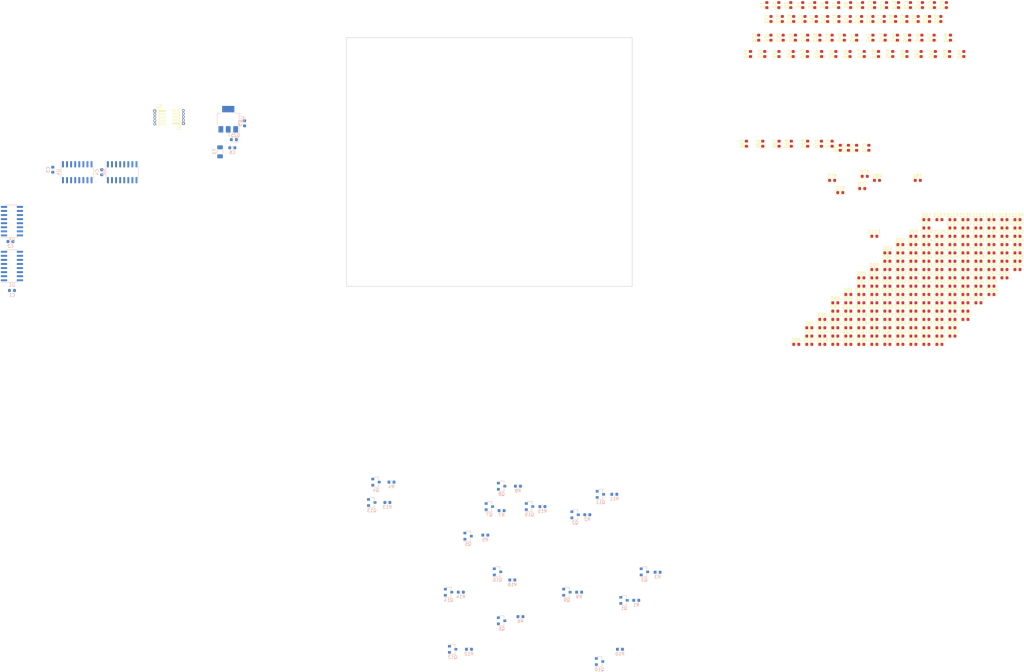
<source format=kicad_pcb>
(kicad_pcb (version 20171130) (host pcbnew 5.1.5+dfsg1-2build2)
  (layers (0 F.Cu mixed) (1 In1.Cu signal) (2 In2.Cu signal) (31 B.Cu mixed) (34 B.Paste user) (35 F.Paste user) (36 B.SilkS user) (37 F.SilkS user) (38 B.Mask user) (39 F.Mask user) (44 Edge.Cuts user))
  (net 0 "")
  (net 1 ROW0)
  (net 2 "Net-(D10-Pad1)")
  (net 3 ROW1)
  (net 4 "Net-(D1-Pad1)")
  (net 5 "Net-(D100-Pad1)")
  (net 6 "Net-(D102-Pad1)")
  (net 7 "Net-(D110-Pad1)")
  (net 8 "Net-(D114-Pad1)")
  (net 9 COL0)
  (net 10 VCC)
  (net 11 ROWSEQ)
  (net 12 OE)
  (net 13 CLR)
  (net 14 SCK)
  (net 15 GND)
  (net 16 ROW4)
  (net 17 ROW5)
  (net 18 ROW6)
  (net 19 ROW7)
  (net 20 ROW2)
  (net 21 ROW3)
  (net 22 ROW12)
  (net 23 ROW13)
  (net 24 ROW14)
  (net 25 ROW15)
  (net 26 ROW8)
  (net 27 ROW9)
  (net 28 ROW10)
  (net 29 ROW11)
  (net 30 COL1)
  (net 31 COL2)
  (net 32 COL3)
  (net 33 COL4)
  (net 34 COL5)
  (net 35 COL6)
  (net 36 COL7)
  (net 37 COL8)
  (net 38 COL9)
  (net 39 COL10)
  (net 40 COL11)
  (net 41 COL12)
  (net 42 COL13)
  (net 43 COL14)
  (net 44 COL15)
  (net 45 DRIVE0)
  (net 46 DRIVE8)
  (net 47 DRIVE1)
  (net 48 DRIVE9)
  (net 49 DRIVE2)
  (net 50 DRIVE10)
  (net 51 DRIVE3)
  (net 52 DRIVE11)
  (net 53 DRIVE4)
  (net 54 DRIVE12)
  (net 55 DRIVE5)
  (net 56 DRIVE13)
  (net 57 DRIVE6)
  (net 58 DRIVE14)
  (net 59 DRIVE7)
  (net 60 DRIVE15)
  (net 61 COLSEQ)
  (net 62 "Net-(D103-Pad1)")
  (net 63 "Net-(D104-Pad1)")
  (net 64 "Net-(D107-Pad1)")
  (net 65 "Net-(D108-Pad1)")
  (net 66 "Net-(D109-Pad1)")
  (net 67 "Net-(D111-Pad1)")
  (net 68 "Net-(D112-Pad1)")
  (net 69 "Net-(D115-Pad1)")
  (net 70 "Net-(D101-Pad1)")
  (net 71 +5V)
  (net 72 COLNEXT)
  (net 73 SERCOL)
  (net 74 SERROW)
  (net 75 "Net-(C6-Pad1)")
  (net 76 "Net-(D105-Pad1)")
  (net 77 ROWNEXT)
  (module LED_SMD:LED_0603_1608Metric (layer F.Cu) (at 259.145001 119.355001)
    (fp_text reference D256 (at 0 -1.43) (layer F.SilkS))
    (fp_text value LED)
    (pad 2 smd roundrect (at 0.7875 0) (size 0.875 0.95) (layers F.Cu F.Paste F.Mask) (net 25 ROW15))
    (pad 1 smd roundrect (at -0.7875 0) (size 0.875 0.95) (layers F.Cu F.Paste F.Mask) (net 68 "Net-(D112-Pad1)"))
  )
  (module LED_SMD:LED_0603_1608Metric (layer F.Cu) (at 251.045001 127.125001)
    (fp_text reference D255 (at 0 -1.43) (layer F.SilkS))
    (fp_text value LED)
    (pad 2 smd roundrect (at 0.7875 0) (size 0.875 0.95) (layers F.Cu F.Paste F.Mask) (net 25 ROW15))
    (pad 1 smd roundrect (at -0.7875 0) (size 0.875 0.95) (layers F.Cu F.Paste F.Mask) (net 67 "Net-(D111-Pad1)"))
  )
  (module LED_SMD:LED_0603_1608Metric (layer F.Cu) (at 267.245001 111.585001)
    (fp_text reference D254 (at 0 -1.43) (layer F.SilkS))
    (fp_text value LED)
    (pad 2 smd roundrect (at 0.7875 0) (size 0.875 0.95) (layers F.Cu F.Paste F.Mask) (net 25 ROW15))
    (pad 1 smd roundrect (at -0.7875 0) (size 0.875 0.95) (layers F.Cu F.Paste F.Mask) (net 7 "Net-(D110-Pad1)"))
  )
  (module LED_SMD:LED_0603_1608Metric (layer F.Cu) (at 246.995001 132.305001)
    (fp_text reference D253 (at 0 -1.43) (layer F.SilkS))
    (fp_text value LED)
    (pad 2 smd roundrect (at 0.7875 0) (size 0.875 0.95) (layers F.Cu F.Paste F.Mask) (net 25 ROW15))
    (pad 1 smd roundrect (at -0.7875 0) (size 0.875 0.95) (layers F.Cu F.Paste F.Mask) (net 66 "Net-(D109-Pad1)"))
  )
  (module LED_SMD:LED_0603_1608Metric (layer F.Cu) (at 242.945001 134.895001)
    (fp_text reference D252 (at 0 -1.43) (layer F.SilkS))
    (fp_text value LED)
    (pad 2 smd roundrect (at 0.7875 0) (size 0.875 0.95) (layers F.Cu F.Paste F.Mask) (net 25 ROW15))
    (pad 1 smd roundrect (at -0.7875 0) (size 0.875 0.95) (layers F.Cu F.Paste F.Mask) (net 65 "Net-(D108-Pad1)"))
  )
  (module LED_SMD:LED_0603_1608Metric (layer F.Cu) (at 263.195001 114.175001)
    (fp_text reference D251 (at 0 -1.43) (layer F.SilkS))
    (fp_text value LED)
    (pad 2 smd roundrect (at 0.7875 0) (size 0.875 0.95) (layers F.Cu F.Paste F.Mask) (net 25 ROW15))
    (pad 1 smd roundrect (at -0.7875 0) (size 0.875 0.95) (layers F.Cu F.Paste F.Mask) (net 64 "Net-(D107-Pad1)"))
  )
  (module LED_SMD:LED_0603_1608Metric (layer F.Cu) (at 246.995001 129.715001)
    (fp_text reference D250 (at 0 -1.43) (layer F.SilkS))
    (fp_text value LED)
    (pad 2 smd roundrect (at 0.7875 0) (size 0.875 0.95) (layers F.Cu F.Paste F.Mask) (net 25 ROW15))
    (pad 1 smd roundrect (at -0.7875 0) (size 0.875 0.95) (layers F.Cu F.Paste F.Mask) (net 2 "Net-(D10-Pad1)"))
  )
  (module LED_SMD:LED_0603_1608Metric (layer F.Cu) (at 255.095001 121.945001)
    (fp_text reference D249 (at 0 -1.43) (layer F.SilkS))
    (fp_text value LED)
    (pad 2 smd roundrect (at 0.7875 0) (size 0.875 0.95) (layers F.Cu F.Paste F.Mask) (net 25 ROW15))
    (pad 1 smd roundrect (at -0.7875 0) (size 0.875 0.95) (layers F.Cu F.Paste F.Mask) (net 76 "Net-(D105-Pad1)"))
  )
  (module LED_SMD:LED_0603_1608Metric (layer F.Cu) (at 267.245001 108.995001)
    (fp_text reference D248 (at 0 -1.43) (layer F.SilkS))
    (fp_text value LED)
    (pad 2 smd roundrect (at 0.7875 0) (size 0.875 0.95) (layers F.Cu F.Paste F.Mask) (net 25 ROW15))
    (pad 1 smd roundrect (at -0.7875 0) (size 0.875 0.95) (layers F.Cu F.Paste F.Mask) (net 63 "Net-(D104-Pad1)"))
  )
  (module LED_SMD:LED_0603_1608Metric (layer F.Cu) (at 251.045001 124.535001)
    (fp_text reference D247 (at 0 -1.43) (layer F.SilkS))
    (fp_text value LED)
    (pad 2 smd roundrect (at 0.7875 0) (size 0.875 0.95) (layers F.Cu F.Paste F.Mask) (net 25 ROW15))
    (pad 1 smd roundrect (at -0.7875 0) (size 0.875 0.95) (layers F.Cu F.Paste F.Mask) (net 62 "Net-(D103-Pad1)"))
  )
  (module LED_SMD:LED_0603_1608Metric (layer F.Cu) (at 259.145001 116.765001)
    (fp_text reference D246 (at 0 -1.43) (layer F.SilkS))
    (fp_text value LED)
    (pad 2 smd roundrect (at 0.7875 0) (size 0.875 0.95) (layers F.Cu F.Paste F.Mask) (net 25 ROW15))
    (pad 1 smd roundrect (at -0.7875 0) (size 0.875 0.95) (layers F.Cu F.Paste F.Mask) (net 6 "Net-(D102-Pad1)"))
  )
  (module LED_SMD:LED_0603_1608Metric (layer F.Cu) (at 255.095001 119.355001)
    (fp_text reference D245 (at 0 -1.43) (layer F.SilkS))
    (fp_text value LED)
    (pad 2 smd roundrect (at 0.7875 0) (size 0.875 0.95) (layers F.Cu F.Paste F.Mask) (net 25 ROW15))
    (pad 1 smd roundrect (at -0.7875 0) (size 0.875 0.95) (layers F.Cu F.Paste F.Mask) (net 70 "Net-(D101-Pad1)"))
  )
  (module LED_SMD:LED_0603_1608Metric (layer F.Cu) (at 246.995001 127.125001)
    (fp_text reference D244 (at 0 -1.43) (layer F.SilkS))
    (fp_text value LED)
    (pad 2 smd roundrect (at 0.7875 0) (size 0.875 0.95) (layers F.Cu F.Paste F.Mask) (net 25 ROW15))
    (pad 1 smd roundrect (at -0.7875 0) (size 0.875 0.95) (layers F.Cu F.Paste F.Mask) (net 5 "Net-(D100-Pad1)"))
  )
  (module LED_SMD:LED_0603_1608Metric (layer F.Cu) (at 263.195001 111.585001)
    (fp_text reference D243 (at 0 -1.43) (layer F.SilkS))
    (fp_text value LED)
    (pad 2 smd roundrect (at 0.7875 0) (size 0.875 0.95) (layers F.Cu F.Paste F.Mask) (net 25 ROW15))
    (pad 1 smd roundrect (at -0.7875 0) (size 0.875 0.95) (layers F.Cu F.Paste F.Mask) (net 69 "Net-(D115-Pad1)"))
  )
  (module LED_SMD:LED_0603_1608Metric (layer F.Cu) (at 242.945001 132.305001)
    (fp_text reference D242 (at 0 -1.43) (layer F.SilkS))
    (fp_text value LED)
    (pad 2 smd roundrect (at 0.7875 0) (size 0.875 0.95) (layers F.Cu F.Paste F.Mask) (net 25 ROW15))
    (pad 1 smd roundrect (at -0.7875 0) (size 0.875 0.95) (layers F.Cu F.Paste F.Mask) (net 8 "Net-(D114-Pad1)"))
  )
  (module LED_SMD:LED_0603_1608Metric (layer F.Cu) (at 259.145001 98.635001)
    (fp_text reference D241 (at 0 -1.43) (layer F.SilkS))
    (fp_text value LED)
    (pad 2 smd roundrect (at 0.7875 0) (size 0.875 0.95) (layers F.Cu F.Paste F.Mask) (net 25 ROW15))
    (pad 1 smd roundrect (at -0.7875 0) (size 0.875 0.95) (layers F.Cu F.Paste F.Mask) (net 4 "Net-(D1-Pad1)"))
  )
  (module LED_SMD:LED_0603_1608Metric (layer F.Cu) (at 259.145001 114.175001)
    (fp_text reference D240 (at 0 -1.43) (layer F.SilkS))
    (fp_text value LED)
    (pad 2 smd roundrect (at 0.7875 0) (size 0.875 0.95) (layers F.Cu F.Paste F.Mask) (net 24 ROW14))
    (pad 1 smd roundrect (at -0.7875 0) (size 0.875 0.95) (layers F.Cu F.Paste F.Mask) (net 68 "Net-(D112-Pad1)"))
  )
  (module LED_SMD:LED_0603_1608Metric (layer F.Cu) (at 242.945001 129.715001)
    (fp_text reference D239 (at 0 -1.43) (layer F.SilkS))
    (fp_text value LED)
    (pad 2 smd roundrect (at 0.7875 0) (size 0.875 0.95) (layers F.Cu F.Paste F.Mask) (net 24 ROW14))
    (pad 1 smd roundrect (at -0.7875 0) (size 0.875 0.95) (layers F.Cu F.Paste F.Mask) (net 67 "Net-(D111-Pad1)"))
  )
  (module LED_SMD:LED_0603_1608Metric (layer F.Cu) (at 251.045001 121.945001)
    (fp_text reference D238 (at 0 -1.43) (layer F.SilkS))
    (fp_text value LED)
    (pad 2 smd roundrect (at 0.7875 0) (size 0.875 0.95) (layers F.Cu F.Paste F.Mask) (net 24 ROW14))
    (pad 1 smd roundrect (at -0.7875 0) (size 0.875 0.95) (layers F.Cu F.Paste F.Mask) (net 7 "Net-(D110-Pad1)"))
  )
  (module LED_SMD:LED_0603_1608Metric (layer F.Cu) (at 267.245001 106.405001)
    (fp_text reference D237 (at 0 -1.43) (layer F.SilkS))
    (fp_text value LED)
    (pad 2 smd roundrect (at 0.7875 0) (size 0.875 0.95) (layers F.Cu F.Paste F.Mask) (net 24 ROW14))
    (pad 1 smd roundrect (at -0.7875 0) (size 0.875 0.95) (layers F.Cu F.Paste F.Mask) (net 66 "Net-(D109-Pad1)"))
  )
  (module LED_SMD:LED_0603_1608Metric (layer F.Cu) (at 263.195001 108.995001)
    (fp_text reference D236 (at 0 -1.43) (layer F.SilkS))
    (fp_text value LED)
    (pad 2 smd roundrect (at 0.7875 0) (size 0.875 0.95) (layers F.Cu F.Paste F.Mask) (net 24 ROW14))
    (pad 1 smd roundrect (at -0.7875 0) (size 0.875 0.95) (layers F.Cu F.Paste F.Mask) (net 65 "Net-(D108-Pad1)"))
  )
  (module LED_SMD:LED_0603_1608Metric (layer F.Cu) (at 246.995001 124.535001)
    (fp_text reference D235 (at 0 -1.43) (layer F.SilkS))
    (fp_text value LED)
    (pad 2 smd roundrect (at 0.7875 0) (size 0.875 0.95) (layers F.Cu F.Paste F.Mask) (net 24 ROW14))
    (pad 1 smd roundrect (at -0.7875 0) (size 0.875 0.95) (layers F.Cu F.Paste F.Mask) (net 64 "Net-(D107-Pad1)"))
  )
  (module LED_SMD:LED_0603_1608Metric (layer F.Cu) (at 255.095001 116.765001)
    (fp_text reference D234 (at 0 -1.43) (layer F.SilkS))
    (fp_text value LED)
    (pad 2 smd roundrect (at 0.7875 0) (size 0.875 0.95) (layers F.Cu F.Paste F.Mask) (net 24 ROW14))
    (pad 1 smd roundrect (at -0.7875 0) (size 0.875 0.95) (layers F.Cu F.Paste F.Mask) (net 2 "Net-(D10-Pad1)"))
  )
  (module LED_SMD:LED_0603_1608Metric (layer F.Cu) (at 267.245001 103.815001)
    (fp_text reference D233 (at 0 -1.43) (layer F.SilkS))
    (fp_text value LED)
    (pad 2 smd roundrect (at 0.7875 0) (size 0.875 0.95) (layers F.Cu F.Paste F.Mask) (net 24 ROW14))
    (pad 1 smd roundrect (at -0.7875 0) (size 0.875 0.95) (layers F.Cu F.Paste F.Mask) (net 76 "Net-(D105-Pad1)"))
  )
  (module LED_SMD:LED_0603_1608Metric (layer F.Cu) (at 251.045001 119.355001)
    (fp_text reference D232 (at 0 -1.43) (layer F.SilkS))
    (fp_text value LED)
    (pad 2 smd roundrect (at 0.7875 0) (size 0.875 0.95) (layers F.Cu F.Paste F.Mask) (net 24 ROW14))
    (pad 1 smd roundrect (at -0.7875 0) (size 0.875 0.95) (layers F.Cu F.Paste F.Mask) (net 63 "Net-(D104-Pad1)"))
  )
  (module LED_SMD:LED_0603_1608Metric (layer F.Cu) (at 242.945001 127.125001)
    (fp_text reference D231 (at 0 -1.43) (layer F.SilkS))
    (fp_text value LED)
    (pad 2 smd roundrect (at 0.7875 0) (size 0.875 0.95) (layers F.Cu F.Paste F.Mask) (net 24 ROW14))
    (pad 1 smd roundrect (at -0.7875 0) (size 0.875 0.95) (layers F.Cu F.Paste F.Mask) (net 62 "Net-(D103-Pad1)"))
  )
  (module LED_SMD:LED_0603_1608Metric (layer F.Cu) (at 259.145001 111.585001)
    (fp_text reference D230 (at 0 -1.43) (layer F.SilkS))
    (fp_text value LED)
    (pad 2 smd roundrect (at 0.7875 0) (size 0.875 0.95) (layers F.Cu F.Paste F.Mask) (net 24 ROW14))
    (pad 1 smd roundrect (at -0.7875 0) (size 0.875 0.95) (layers F.Cu F.Paste F.Mask) (net 6 "Net-(D102-Pad1)"))
  )
  (module LED_SMD:LED_0603_1608Metric (layer F.Cu) (at 238.895001 132.305001)
    (fp_text reference D229 (at 0 -1.43) (layer F.SilkS))
    (fp_text value LED)
    (pad 2 smd roundrect (at 0.7875 0) (size 0.875 0.95) (layers F.Cu F.Paste F.Mask) (net 24 ROW14))
    (pad 1 smd roundrect (at -0.7875 0) (size 0.875 0.95) (layers F.Cu F.Paste F.Mask) (net 70 "Net-(D101-Pad1)"))
  )
  (module LED_SMD:LED_0603_1608Metric (layer F.Cu) (at 234.845001 134.895001)
    (fp_text reference D228 (at 0 -1.43) (layer F.SilkS))
    (fp_text value LED)
    (pad 2 smd roundrect (at 0.7875 0) (size 0.875 0.95) (layers F.Cu F.Paste F.Mask) (net 24 ROW14))
    (pad 1 smd roundrect (at -0.7875 0) (size 0.875 0.95) (layers F.Cu F.Paste F.Mask) (net 5 "Net-(D100-Pad1)"))
  )
  (module LED_SMD:LED_0603_1608Metric (layer F.Cu) (at 255.095001 114.175001)
    (fp_text reference D227 (at 0 -1.43) (layer F.SilkS))
    (fp_text value LED)
    (pad 2 smd roundrect (at 0.7875 0) (size 0.875 0.95) (layers F.Cu F.Paste F.Mask) (net 24 ROW14))
    (pad 1 smd roundrect (at -0.7875 0) (size 0.875 0.95) (layers F.Cu F.Paste F.Mask) (net 69 "Net-(D115-Pad1)"))
  )
  (module LED_SMD:LED_0603_1608Metric (layer F.Cu) (at 238.895001 129.715001)
    (fp_text reference D226 (at 0 -1.43) (layer F.SilkS))
    (fp_text value LED)
    (pad 2 smd roundrect (at 0.7875 0) (size 0.875 0.95) (layers F.Cu F.Paste F.Mask) (net 24 ROW14))
    (pad 1 smd roundrect (at -0.7875 0) (size 0.875 0.95) (layers F.Cu F.Paste F.Mask) (net 8 "Net-(D114-Pad1)"))
  )
  (module LED_SMD:LED_0603_1608Metric (layer F.Cu) (at 246.995001 121.945001)
    (fp_text reference D225 (at 0 -1.43) (layer F.SilkS))
    (fp_text value LED)
    (pad 2 smd roundrect (at 0.7875 0) (size 0.875 0.95) (layers F.Cu F.Paste F.Mask) (net 24 ROW14))
    (pad 1 smd roundrect (at -0.7875 0) (size 0.875 0.95) (layers F.Cu F.Paste F.Mask) (net 4 "Net-(D1-Pad1)"))
  )
  (module LED_SMD:LED_0603_1608Metric (layer F.Cu) (at 263.195001 106.405001)
    (fp_text reference D224 (at 0 -1.43) (layer F.SilkS))
    (fp_text value LED)
    (pad 2 smd roundrect (at 0.7875 0) (size 0.875 0.95) (layers F.Cu F.Paste F.Mask) (net 23 ROW13))
    (pad 1 smd roundrect (at -0.7875 0) (size 0.875 0.95) (layers F.Cu F.Paste F.Mask) (net 68 "Net-(D112-Pad1)"))
  )
  (module LED_SMD:LED_0603_1608Metric (layer F.Cu) (at 259.145001 108.995001)
    (fp_text reference D223 (at 0 -1.43) (layer F.SilkS))
    (fp_text value LED)
    (pad 2 smd roundrect (at 0.7875 0) (size 0.875 0.95) (layers F.Cu F.Paste F.Mask) (net 23 ROW13))
    (pad 1 smd roundrect (at -0.7875 0) (size 0.875 0.95) (layers F.Cu F.Paste F.Mask) (net 67 "Net-(D111-Pad1)"))
  )
  (module LED_SMD:LED_0603_1608Metric (layer F.Cu) (at 242.945001 124.535001)
    (fp_text reference D222 (at 0 -1.43) (layer F.SilkS))
    (fp_text value LED)
    (pad 2 smd roundrect (at 0.7875 0) (size 0.875 0.95) (layers F.Cu F.Paste F.Mask) (net 23 ROW13))
    (pad 1 smd roundrect (at -0.7875 0) (size 0.875 0.95) (layers F.Cu F.Paste F.Mask) (net 7 "Net-(D110-Pad1)"))
  )
  (module LED_SMD:LED_0603_1608Metric (layer F.Cu) (at 251.045001 116.765001)
    (fp_text reference D221 (at 0 -1.43) (layer F.SilkS))
    (fp_text value LED)
    (pad 2 smd roundrect (at 0.7875 0) (size 0.875 0.95) (layers F.Cu F.Paste F.Mask) (net 23 ROW13))
    (pad 1 smd roundrect (at -0.7875 0) (size 0.875 0.95) (layers F.Cu F.Paste F.Mask) (net 66 "Net-(D109-Pad1)"))
  )
  (module LED_SMD:LED_0603_1608Metric (layer F.Cu) (at 267.245001 101.225001)
    (fp_text reference D220 (at 0 -1.43) (layer F.SilkS))
    (fp_text value LED)
    (pad 2 smd roundrect (at 0.7875 0) (size 0.875 0.95) (layers F.Cu F.Paste F.Mask) (net 23 ROW13))
    (pad 1 smd roundrect (at -0.7875 0) (size 0.875 0.95) (layers F.Cu F.Paste F.Mask) (net 65 "Net-(D108-Pad1)"))
  )
  (module LED_SMD:LED_0603_1608Metric (layer F.Cu) (at 263.195001 103.815001)
    (fp_text reference D219 (at 0 -1.43) (layer F.SilkS))
    (fp_text value LED)
    (pad 2 smd roundrect (at 0.7875 0) (size 0.875 0.95) (layers F.Cu F.Paste F.Mask) (net 23 ROW13))
    (pad 1 smd roundrect (at -0.7875 0) (size 0.875 0.95) (layers F.Cu F.Paste F.Mask) (net 64 "Net-(D107-Pad1)"))
  )
  (module LED_SMD:LED_0603_1608Metric (layer F.Cu) (at 246.995001 119.355001)
    (fp_text reference D218 (at 0 -1.43) (layer F.SilkS))
    (fp_text value LED)
    (pad 2 smd roundrect (at 0.7875 0) (size 0.875 0.95) (layers F.Cu F.Paste F.Mask) (net 23 ROW13))
    (pad 1 smd roundrect (at -0.7875 0) (size 0.875 0.95) (layers F.Cu F.Paste F.Mask) (net 2 "Net-(D10-Pad1)"))
  )
  (module LED_SMD:LED_0603_1608Metric (layer F.Cu) (at 238.895001 127.125001)
    (fp_text reference D217 (at 0 -1.43) (layer F.SilkS))
    (fp_text value LED)
    (pad 2 smd roundrect (at 0.7875 0) (size 0.875 0.95) (layers F.Cu F.Paste F.Mask) (net 23 ROW13))
    (pad 1 smd roundrect (at -0.7875 0) (size 0.875 0.95) (layers F.Cu F.Paste F.Mask) (net 76 "Net-(D105-Pad1)"))
  )
  (module LED_SMD:LED_0603_1608Metric (layer F.Cu) (at 255.095001 111.585001)
    (fp_text reference D216 (at 0 -1.43) (layer F.SilkS))
    (fp_text value LED)
    (pad 2 smd roundrect (at 0.7875 0) (size 0.875 0.95) (layers F.Cu F.Paste F.Mask) (net 23 ROW13))
    (pad 1 smd roundrect (at -0.7875 0) (size 0.875 0.95) (layers F.Cu F.Paste F.Mask) (net 63 "Net-(D104-Pad1)"))
  )
  (module LED_SMD:LED_0603_1608Metric (layer F.Cu) (at 234.845001 132.305001)
    (fp_text reference D215 (at 0 -1.43) (layer F.SilkS))
    (fp_text value LED)
    (pad 2 smd roundrect (at 0.7875 0) (size 0.875 0.95) (layers F.Cu F.Paste F.Mask) (net 23 ROW13))
    (pad 1 smd roundrect (at -0.7875 0) (size 0.875 0.95) (layers F.Cu F.Paste F.Mask) (net 62 "Net-(D103-Pad1)"))
  )
  (module LED_SMD:LED_0603_1608Metric (layer F.Cu) (at 230.795001 134.895001)
    (fp_text reference D214 (at 0 -1.43) (layer F.SilkS))
    (fp_text value LED)
    (pad 2 smd roundrect (at 0.7875 0) (size 0.875 0.95) (layers F.Cu F.Paste F.Mask) (net 23 ROW13))
    (pad 1 smd roundrect (at -0.7875 0) (size 0.875 0.95) (layers F.Cu F.Paste F.Mask) (net 6 "Net-(D102-Pad1)"))
  )
  (module LED_SMD:LED_0603_1608Metric (layer F.Cu) (at 251.045001 114.175001)
    (fp_text reference D213 (at 0 -1.43) (layer F.SilkS))
    (fp_text value LED)
    (pad 2 smd roundrect (at 0.7875 0) (size 0.875 0.95) (layers F.Cu F.Paste F.Mask) (net 23 ROW13))
    (pad 1 smd roundrect (at -0.7875 0) (size 0.875 0.95) (layers F.Cu F.Paste F.Mask) (net 70 "Net-(D101-Pad1)"))
  )
  (module LED_SMD:LED_0603_1608Metric (layer F.Cu) (at 234.845001 129.715001)
    (fp_text reference D212 (at 0 -1.43) (layer F.SilkS))
    (fp_text value LED)
    (pad 2 smd roundrect (at 0.7875 0) (size 0.875 0.95) (layers F.Cu F.Paste F.Mask) (net 23 ROW13))
    (pad 1 smd roundrect (at -0.7875 0) (size 0.875 0.95) (layers F.Cu F.Paste F.Mask) (net 5 "Net-(D100-Pad1)"))
  )
  (module LED_SMD:LED_0603_1608Metric (layer F.Cu) (at 242.945001 121.945001)
    (fp_text reference D211 (at 0 -1.43) (layer F.SilkS))
    (fp_text value LED)
    (pad 2 smd roundrect (at 0.7875 0) (size 0.875 0.95) (layers F.Cu F.Paste F.Mask) (net 23 ROW13))
    (pad 1 smd roundrect (at -0.7875 0) (size 0.875 0.95) (layers F.Cu F.Paste F.Mask) (net 69 "Net-(D115-Pad1)"))
  )
  (module LED_SMD:LED_0603_1608Metric (layer F.Cu) (at 259.145001 106.405001)
    (fp_text reference D210 (at 0 -1.43) (layer F.SilkS))
    (fp_text value LED)
    (pad 2 smd roundrect (at 0.7875 0) (size 0.875 0.95) (layers F.Cu F.Paste F.Mask) (net 23 ROW13))
    (pad 1 smd roundrect (at -0.7875 0) (size 0.875 0.95) (layers F.Cu F.Paste F.Mask) (net 8 "Net-(D114-Pad1)"))
  )
  (module LED_SMD:LED_0603_1608Metric (layer F.Cu) (at 267.245001 98.635001)
    (fp_text reference D209 (at 0 -1.43) (layer F.SilkS))
    (fp_text value LED)
    (pad 2 smd roundrect (at 0.7875 0) (size 0.875 0.95) (layers F.Cu F.Paste F.Mask) (net 23 ROW13))
    (pad 1 smd roundrect (at -0.7875 0) (size 0.875 0.95) (layers F.Cu F.Paste F.Mask) (net 4 "Net-(D1-Pad1)"))
  )
  (module LED_SMD:LED_0603_1608Metric (layer F.Cu) (at 255.095001 108.995001)
    (fp_text reference D208 (at 0 -1.43) (layer F.SilkS))
    (fp_text value LED)
    (pad 2 smd roundrect (at 0.7875 0) (size 0.875 0.95) (layers F.Cu F.Paste F.Mask) (net 22 ROW12))
    (pad 1 smd roundrect (at -0.7875 0) (size 0.875 0.95) (layers F.Cu F.Paste F.Mask) (net 68 "Net-(D112-Pad1)"))
  )
  (module LED_SMD:LED_0603_1608Metric (layer F.Cu) (at 238.895001 124.535001)
    (fp_text reference D207 (at 0 -1.43) (layer F.SilkS))
    (fp_text value LED)
    (pad 2 smd roundrect (at 0.7875 0) (size 0.875 0.95) (layers F.Cu F.Paste F.Mask) (net 22 ROW12))
    (pad 1 smd roundrect (at -0.7875 0) (size 0.875 0.95) (layers F.Cu F.Paste F.Mask) (net 67 "Net-(D111-Pad1)"))
  )
  (module LED_SMD:LED_0603_1608Metric (layer F.Cu) (at 246.995001 116.765001)
    (fp_text reference D206 (at 0 -1.43) (layer F.SilkS))
    (fp_text value LED)
    (pad 2 smd roundrect (at 0.7875 0) (size 0.875 0.95) (layers F.Cu F.Paste F.Mask) (net 22 ROW12))
    (pad 1 smd roundrect (at -0.7875 0) (size 0.875 0.95) (layers F.Cu F.Paste F.Mask) (net 7 "Net-(D110-Pad1)"))
  )
  (module LED_SMD:LED_0603_1608Metric (layer F.Cu) (at 263.195001 101.225001)
    (fp_text reference D205 (at 0 -1.43) (layer F.SilkS))
    (fp_text value LED)
    (pad 2 smd roundrect (at 0.7875 0) (size 0.875 0.95) (layers F.Cu F.Paste F.Mask) (net 22 ROW12))
    (pad 1 smd roundrect (at -0.7875 0) (size 0.875 0.95) (layers F.Cu F.Paste F.Mask) (net 66 "Net-(D109-Pad1)"))
  )
  (module LED_SMD:LED_0603_1608Metric (layer F.Cu) (at 259.145001 103.815001)
    (fp_text reference D204 (at 0 -1.43) (layer F.SilkS))
    (fp_text value LED)
    (pad 2 smd roundrect (at 0.7875 0) (size 0.875 0.95) (layers F.Cu F.Paste F.Mask) (net 22 ROW12))
    (pad 1 smd roundrect (at -0.7875 0) (size 0.875 0.95) (layers F.Cu F.Paste F.Mask) (net 65 "Net-(D108-Pad1)"))
  )
  (module LED_SMD:LED_0603_1608Metric (layer F.Cu) (at 242.945001 119.355001)
    (fp_text reference D203 (at 0 -1.43) (layer F.SilkS))
    (fp_text value LED)
    (pad 2 smd roundrect (at 0.7875 0) (size 0.875 0.95) (layers F.Cu F.Paste F.Mask) (net 22 ROW12))
    (pad 1 smd roundrect (at -0.7875 0) (size 0.875 0.95) (layers F.Cu F.Paste F.Mask) (net 64 "Net-(D107-Pad1)"))
  )
  (module LED_SMD:LED_0603_1608Metric (layer F.Cu) (at 234.845001 127.125001)
    (fp_text reference D202 (at 0 -1.43) (layer F.SilkS))
    (fp_text value LED)
    (pad 2 smd roundrect (at 0.7875 0) (size 0.875 0.95) (layers F.Cu F.Paste F.Mask) (net 22 ROW12))
    (pad 1 smd roundrect (at -0.7875 0) (size 0.875 0.95) (layers F.Cu F.Paste F.Mask) (net 2 "Net-(D10-Pad1)"))
  )
  (module LED_SMD:LED_0603_1608Metric (layer F.Cu) (at 251.045001 111.585001)
    (fp_text reference D201 (at 0 -1.43) (layer F.SilkS))
    (fp_text value LED)
    (pad 2 smd roundrect (at 0.7875 0) (size 0.875 0.95) (layers F.Cu F.Paste F.Mask) (net 22 ROW12))
    (pad 1 smd roundrect (at -0.7875 0) (size 0.875 0.95) (layers F.Cu F.Paste F.Mask) (net 76 "Net-(D105-Pad1)"))
  )
  (module LED_SMD:LED_0603_1608Metric (layer F.Cu) (at 230.795001 132.305001)
    (fp_text reference D200 (at 0 -1.43) (layer F.SilkS))
    (fp_text value LED)
    (pad 2 smd roundrect (at 0.7875 0) (size 0.875 0.95) (layers F.Cu F.Paste F.Mask) (net 22 ROW12))
    (pad 1 smd roundrect (at -0.7875 0) (size 0.875 0.95) (layers F.Cu F.Paste F.Mask) (net 63 "Net-(D104-Pad1)"))
  )
  (module LED_SMD:LED_0603_1608Metric (layer F.Cu) (at 267.245001 96.045001)
    (fp_text reference D199 (at 0 -1.43) (layer F.SilkS))
    (fp_text value LED)
    (pad 2 smd roundrect (at 0.7875 0) (size 0.875 0.95) (layers F.Cu F.Paste F.Mask) (net 22 ROW12))
    (pad 1 smd roundrect (at -0.7875 0) (size 0.875 0.95) (layers F.Cu F.Paste F.Mask) (net 62 "Net-(D103-Pad1)"))
  )
  (module LED_SMD:LED_0603_1608Metric (layer F.Cu) (at 226.745001 134.895001)
    (fp_text reference D198 (at 0 -1.43) (layer F.SilkS))
    (fp_text value LED)
    (pad 2 smd roundrect (at 0.7875 0) (size 0.875 0.95) (layers F.Cu F.Paste F.Mask) (net 22 ROW12))
    (pad 1 smd roundrect (at -0.7875 0) (size 0.875 0.95) (layers F.Cu F.Paste F.Mask) (net 6 "Net-(D102-Pad1)"))
  )
  (module LED_SMD:LED_0603_1608Metric (layer F.Cu) (at 246.995001 114.175001)
    (fp_text reference D197 (at 0 -1.43) (layer F.SilkS))
    (fp_text value LED)
    (pad 2 smd roundrect (at 0.7875 0) (size 0.875 0.95) (layers F.Cu F.Paste F.Mask) (net 22 ROW12))
    (pad 1 smd roundrect (at -0.7875 0) (size 0.875 0.95) (layers F.Cu F.Paste F.Mask) (net 70 "Net-(D101-Pad1)"))
  )
  (module LED_SMD:LED_0603_1608Metric (layer F.Cu) (at 230.795001 129.715001)
    (fp_text reference D196 (at 0 -1.43) (layer F.SilkS))
    (fp_text value LED)
    (pad 2 smd roundrect (at 0.7875 0) (size 0.875 0.95) (layers F.Cu F.Paste F.Mask) (net 22 ROW12))
    (pad 1 smd roundrect (at -0.7875 0) (size 0.875 0.95) (layers F.Cu F.Paste F.Mask) (net 5 "Net-(D100-Pad1)"))
  )
  (module LED_SMD:LED_0603_1608Metric (layer F.Cu) (at 238.895001 121.945001)
    (fp_text reference D195 (at 0 -1.43) (layer F.SilkS))
    (fp_text value LED)
    (pad 2 smd roundrect (at 0.7875 0) (size 0.875 0.95) (layers F.Cu F.Paste F.Mask) (net 22 ROW12))
    (pad 1 smd roundrect (at -0.7875 0) (size 0.875 0.95) (layers F.Cu F.Paste F.Mask) (net 69 "Net-(D115-Pad1)"))
  )
  (module LED_SMD:LED_0603_1608Metric (layer F.Cu) (at 255.095001 106.405001)
    (fp_text reference D194 (at 0 -1.43) (layer F.SilkS))
    (fp_text value LED)
    (pad 2 smd roundrect (at 0.7875 0) (size 0.875 0.95) (layers F.Cu F.Paste F.Mask) (net 22 ROW12))
    (pad 1 smd roundrect (at -0.7875 0) (size 0.875 0.95) (layers F.Cu F.Paste F.Mask) (net 8 "Net-(D114-Pad1)"))
  )
  (module LED_SMD:LED_0603_1608Metric (layer F.Cu) (at 246.995001 98.635001)
    (fp_text reference D193 (at 0 -1.43) (layer F.SilkS))
    (fp_text value LED)
    (pad 2 smd roundrect (at 0.7875 0) (size 0.875 0.95) (layers F.Cu F.Paste F.Mask) (net 22 ROW12))
    (pad 1 smd roundrect (at -0.7875 0) (size 0.875 0.95) (layers F.Cu F.Paste F.Mask) (net 4 "Net-(D1-Pad1)"))
  )
  (module LED_SMD:LED_0603_1608Metric (layer F.Cu) (at 251.045001 108.995001)
    (fp_text reference D192 (at 0 -1.43) (layer F.SilkS))
    (fp_text value LED)
    (pad 2 smd roundrect (at 0.7875 0) (size 0.875 0.95) (layers F.Cu F.Paste F.Mask) (net 29 ROW11))
    (pad 1 smd roundrect (at -0.7875 0) (size 0.875 0.95) (layers F.Cu F.Paste F.Mask) (net 68 "Net-(D112-Pad1)"))
  )
  (module LED_SMD:LED_0603_1608Metric (layer F.Cu) (at 234.845001 124.535001)
    (fp_text reference D191 (at 0 -1.43) (layer F.SilkS))
    (fp_text value LED)
    (pad 2 smd roundrect (at 0.7875 0) (size 0.875 0.95) (layers F.Cu F.Paste F.Mask) (net 29 ROW11))
    (pad 1 smd roundrect (at -0.7875 0) (size 0.875 0.95) (layers F.Cu F.Paste F.Mask) (net 67 "Net-(D111-Pad1)"))
  )
  (module LED_SMD:LED_0603_1608Metric (layer F.Cu) (at 242.945001 116.765001)
    (fp_text reference D190 (at 0 -1.43) (layer F.SilkS))
    (fp_text value LED)
    (pad 2 smd roundrect (at 0.7875 0) (size 0.875 0.95) (layers F.Cu F.Paste F.Mask) (net 29 ROW11))
    (pad 1 smd roundrect (at -0.7875 0) (size 0.875 0.95) (layers F.Cu F.Paste F.Mask) (net 7 "Net-(D110-Pad1)"))
  )
  (module LED_SMD:LED_0603_1608Metric (layer F.Cu) (at 259.145001 101.225001)
    (fp_text reference D189 (at 0 -1.43) (layer F.SilkS))
    (fp_text value LED)
    (pad 2 smd roundrect (at 0.7875 0) (size 0.875 0.95) (layers F.Cu F.Paste F.Mask) (net 29 ROW11))
    (pad 1 smd roundrect (at -0.7875 0) (size 0.875 0.95) (layers F.Cu F.Paste F.Mask) (net 66 "Net-(D109-Pad1)"))
  )
  (module LED_SMD:LED_0603_1608Metric (layer F.Cu) (at 255.095001 103.815001)
    (fp_text reference D188 (at 0 -1.43) (layer F.SilkS))
    (fp_text value LED)
    (pad 2 smd roundrect (at 0.7875 0) (size 0.875 0.95) (layers F.Cu F.Paste F.Mask) (net 29 ROW11))
    (pad 1 smd roundrect (at -0.7875 0) (size 0.875 0.95) (layers F.Cu F.Paste F.Mask) (net 65 "Net-(D108-Pad1)"))
  )
  (module LED_SMD:LED_0603_1608Metric (layer F.Cu) (at 238.895001 119.355001)
    (fp_text reference D187 (at 0 -1.43) (layer F.SilkS))
    (fp_text value LED)
    (pad 2 smd roundrect (at 0.7875 0) (size 0.875 0.95) (layers F.Cu F.Paste F.Mask) (net 29 ROW11))
    (pad 1 smd roundrect (at -0.7875 0) (size 0.875 0.95) (layers F.Cu F.Paste F.Mask) (net 64 "Net-(D107-Pad1)"))
  )
  (module LED_SMD:LED_0603_1608Metric (layer F.Cu) (at 230.795001 127.125001)
    (fp_text reference D186 (at 0 -1.43) (layer F.SilkS))
    (fp_text value LED)
    (pad 2 smd roundrect (at 0.7875 0) (size 0.875 0.95) (layers F.Cu F.Paste F.Mask) (net 29 ROW11))
    (pad 1 smd roundrect (at -0.7875 0) (size 0.875 0.95) (layers F.Cu F.Paste F.Mask) (net 2 "Net-(D10-Pad1)"))
  )
  (module LED_SMD:LED_0603_1608Metric (layer F.Cu) (at 246.995001 111.585001)
    (fp_text reference D185 (at 0 -1.43) (layer F.SilkS))
    (fp_text value LED)
    (pad 2 smd roundrect (at 0.7875 0) (size 0.875 0.95) (layers F.Cu F.Paste F.Mask) (net 29 ROW11))
    (pad 1 smd roundrect (at -0.7875 0) (size 0.875 0.95) (layers F.Cu F.Paste F.Mask) (net 76 "Net-(D105-Pad1)"))
  )
  (module LED_SMD:LED_0603_1608Metric (layer F.Cu) (at 226.745001 132.305001)
    (fp_text reference D184 (at 0 -1.43) (layer F.SilkS))
    (fp_text value LED)
    (pad 2 smd roundrect (at 0.7875 0) (size 0.875 0.95) (layers F.Cu F.Paste F.Mask) (net 29 ROW11))
    (pad 1 smd roundrect (at -0.7875 0) (size 0.875 0.95) (layers F.Cu F.Paste F.Mask) (net 63 "Net-(D104-Pad1)"))
  )
  (module LED_SMD:LED_0603_1608Metric (layer F.Cu) (at 263.195001 96.045001)
    (fp_text reference D183 (at 0 -1.43) (layer F.SilkS))
    (fp_text value LED)
    (pad 2 smd roundrect (at 0.7875 0) (size 0.875 0.95) (layers F.Cu F.Paste F.Mask) (net 29 ROW11))
    (pad 1 smd roundrect (at -0.7875 0) (size 0.875 0.95) (layers F.Cu F.Paste F.Mask) (net 62 "Net-(D103-Pad1)"))
  )
  (module LED_SMD:LED_0603_1608Metric (layer F.Cu) (at 222.695001 134.895001)
    (fp_text reference D182 (at 0 -1.43) (layer F.SilkS))
    (fp_text value LED)
    (pad 2 smd roundrect (at 0.7875 0) (size 0.875 0.95) (layers F.Cu F.Paste F.Mask) (net 29 ROW11))
    (pad 1 smd roundrect (at -0.7875 0) (size 0.875 0.95) (layers F.Cu F.Paste F.Mask) (net 6 "Net-(D102-Pad1)"))
  )
  (module LED_SMD:LED_0603_1608Metric (layer F.Cu) (at 242.945001 114.175001)
    (fp_text reference D181 (at 0 -1.43) (layer F.SilkS))
    (fp_text value LED)
    (pad 2 smd roundrect (at 0.7875 0) (size 0.875 0.95) (layers F.Cu F.Paste F.Mask) (net 29 ROW11))
    (pad 1 smd roundrect (at -0.7875 0) (size 0.875 0.95) (layers F.Cu F.Paste F.Mask) (net 70 "Net-(D101-Pad1)"))
  )
  (module LED_SMD:LED_0603_1608Metric (layer F.Cu) (at 226.745001 129.715001)
    (fp_text reference D180 (at 0 -1.43) (layer F.SilkS))
    (fp_text value LED)
    (pad 2 smd roundrect (at 0.7875 0) (size 0.875 0.95) (layers F.Cu F.Paste F.Mask) (net 29 ROW11))
    (pad 1 smd roundrect (at -0.7875 0) (size 0.875 0.95) (layers F.Cu F.Paste F.Mask) (net 5 "Net-(D100-Pad1)"))
  )
  (module LED_SMD:LED_0603_1608Metric (layer F.Cu) (at 234.845001 121.945001)
    (fp_text reference D179 (at 0 -1.43) (layer F.SilkS))
    (fp_text value LED)
    (pad 2 smd roundrect (at 0.7875 0) (size 0.875 0.95) (layers F.Cu F.Paste F.Mask) (net 29 ROW11))
    (pad 1 smd roundrect (at -0.7875 0) (size 0.875 0.95) (layers F.Cu F.Paste F.Mask) (net 69 "Net-(D115-Pad1)"))
  )
  (module LED_SMD:LED_0603_1608Metric (layer F.Cu) (at 251.045001 106.405001)
    (fp_text reference D178 (at 0 -1.43) (layer F.SilkS))
    (fp_text value LED)
    (pad 2 smd roundrect (at 0.7875 0) (size 0.875 0.95) (layers F.Cu F.Paste F.Mask) (net 29 ROW11))
    (pad 1 smd roundrect (at -0.7875 0) (size 0.875 0.95) (layers F.Cu F.Paste F.Mask) (net 8 "Net-(D114-Pad1)"))
  )
  (module LED_SMD:LED_0603_1608Metric (layer F.Cu) (at 238.895001 134.895001)
    (fp_text reference D177 (at 0 -1.43) (layer F.SilkS))
    (fp_text value LED)
    (pad 2 smd roundrect (at 0.7875 0) (size 0.875 0.95) (layers F.Cu F.Paste F.Mask) (net 29 ROW11))
    (pad 1 smd roundrect (at -0.7875 0) (size 0.875 0.95) (layers F.Cu F.Paste F.Mask) (net 4 "Net-(D1-Pad1)"))
  )
  (module LED_SMD:LED_0603_1608Metric (layer F.Cu) (at 246.995001 108.995001)
    (fp_text reference D176 (at 0 -1.43) (layer F.SilkS))
    (fp_text value LED)
    (pad 2 smd roundrect (at 0.7875 0) (size 0.875 0.95) (layers F.Cu F.Paste F.Mask) (net 28 ROW10))
    (pad 1 smd roundrect (at -0.7875 0) (size 0.875 0.95) (layers F.Cu F.Paste F.Mask) (net 68 "Net-(D112-Pad1)"))
  )
  (module LED_SMD:LED_0603_1608Metric (layer F.Cu) (at 230.795001 124.535001)
    (fp_text reference D175 (at 0 -1.43) (layer F.SilkS))
    (fp_text value LED)
    (pad 2 smd roundrect (at 0.7875 0) (size 0.875 0.95) (layers F.Cu F.Paste F.Mask) (net 28 ROW10))
    (pad 1 smd roundrect (at -0.7875 0) (size 0.875 0.95) (layers F.Cu F.Paste F.Mask) (net 67 "Net-(D111-Pad1)"))
  )
  (module LED_SMD:LED_0603_1608Metric (layer F.Cu) (at 238.895001 116.765001)
    (fp_text reference D174 (at 0 -1.43) (layer F.SilkS))
    (fp_text value LED)
    (pad 2 smd roundrect (at 0.7875 0) (size 0.875 0.95) (layers F.Cu F.Paste F.Mask) (net 28 ROW10))
    (pad 1 smd roundrect (at -0.7875 0) (size 0.875 0.95) (layers F.Cu F.Paste F.Mask) (net 7 "Net-(D110-Pad1)"))
  )
  (module LED_SMD:LED_0603_1608Metric (layer F.Cu) (at 255.095001 101.225001)
    (fp_text reference D173 (at 0 -1.43) (layer F.SilkS))
    (fp_text value LED)
    (pad 2 smd roundrect (at 0.7875 0) (size 0.875 0.95) (layers F.Cu F.Paste F.Mask) (net 28 ROW10))
    (pad 1 smd roundrect (at -0.7875 0) (size 0.875 0.95) (layers F.Cu F.Paste F.Mask) (net 66 "Net-(D109-Pad1)"))
  )
  (module LED_SMD:LED_0603_1608Metric (layer F.Cu) (at 251.045001 103.815001)
    (fp_text reference D172 (at 0 -1.43) (layer F.SilkS))
    (fp_text value LED)
    (pad 2 smd roundrect (at 0.7875 0) (size 0.875 0.95) (layers F.Cu F.Paste F.Mask) (net 28 ROW10))
    (pad 1 smd roundrect (at -0.7875 0) (size 0.875 0.95) (layers F.Cu F.Paste F.Mask) (net 65 "Net-(D108-Pad1)"))
  )
  (module LED_SMD:LED_0603_1608Metric (layer F.Cu) (at 234.845001 119.355001)
    (fp_text reference D171 (at 0 -1.43) (layer F.SilkS))
    (fp_text value LED)
    (pad 2 smd roundrect (at 0.7875 0) (size 0.875 0.95) (layers F.Cu F.Paste F.Mask) (net 28 ROW10))
    (pad 1 smd roundrect (at -0.7875 0) (size 0.875 0.95) (layers F.Cu F.Paste F.Mask) (net 64 "Net-(D107-Pad1)"))
  )
  (module LED_SMD:LED_0603_1608Metric (layer F.Cu) (at 226.745001 127.125001)
    (fp_text reference D170 (at 0 -1.43) (layer F.SilkS))
    (fp_text value LED)
    (pad 2 smd roundrect (at 0.7875 0) (size 0.875 0.95) (layers F.Cu F.Paste F.Mask) (net 28 ROW10))
    (pad 1 smd roundrect (at -0.7875 0) (size 0.875 0.95) (layers F.Cu F.Paste F.Mask) (net 2 "Net-(D10-Pad1)"))
  )
  (module LED_SMD:LED_0603_1608Metric (layer F.Cu) (at 242.945001 111.585001)
    (fp_text reference D169 (at 0 -1.43) (layer F.SilkS))
    (fp_text value LED)
    (pad 2 smd roundrect (at 0.7875 0) (size 0.875 0.95) (layers F.Cu F.Paste F.Mask) (net 28 ROW10))
    (pad 1 smd roundrect (at -0.7875 0) (size 0.875 0.95) (layers F.Cu F.Paste F.Mask) (net 76 "Net-(D105-Pad1)"))
  )
  (module LED_SMD:LED_0603_1608Metric (layer F.Cu) (at 222.695001 132.305001)
    (fp_text reference D168 (at 0 -1.43) (layer F.SilkS))
    (fp_text value LED)
    (pad 2 smd roundrect (at 0.7875 0) (size 0.875 0.95) (layers F.Cu F.Paste F.Mask) (net 28 ROW10))
    (pad 1 smd roundrect (at -0.7875 0) (size 0.875 0.95) (layers F.Cu F.Paste F.Mask) (net 63 "Net-(D104-Pad1)"))
  )
  (module LED_SMD:LED_0603_1608Metric (layer F.Cu) (at 259.145001 96.045001)
    (fp_text reference D167 (at 0 -1.43) (layer F.SilkS))
    (fp_text value LED)
    (pad 2 smd roundrect (at 0.7875 0) (size 0.875 0.95) (layers F.Cu F.Paste F.Mask) (net 28 ROW10))
    (pad 1 smd roundrect (at -0.7875 0) (size 0.875 0.95) (layers F.Cu F.Paste F.Mask) (net 62 "Net-(D103-Pad1)"))
  )
  (module LED_SMD:LED_0603_1608Metric (layer F.Cu) (at 218.645001 134.895001)
    (fp_text reference D166 (at 0 -1.43) (layer F.SilkS))
    (fp_text value LED)
    (pad 2 smd roundrect (at 0.7875 0) (size 0.875 0.95) (layers F.Cu F.Paste F.Mask) (net 28 ROW10))
    (pad 1 smd roundrect (at -0.7875 0) (size 0.875 0.95) (layers F.Cu F.Paste F.Mask) (net 6 "Net-(D102-Pad1)"))
  )
  (module LED_SMD:LED_0603_1608Metric (layer F.Cu) (at 238.895001 114.175001)
    (fp_text reference D165 (at 0 -1.43) (layer F.SilkS))
    (fp_text value LED)
    (pad 2 smd roundrect (at 0.7875 0) (size 0.875 0.95) (layers F.Cu F.Paste F.Mask) (net 28 ROW10))
    (pad 1 smd roundrect (at -0.7875 0) (size 0.875 0.95) (layers F.Cu F.Paste F.Mask) (net 70 "Net-(D101-Pad1)"))
  )
  (module LED_SMD:LED_0603_1608Metric (layer F.Cu) (at 222.695001 129.715001)
    (fp_text reference D164 (at 0 -1.43) (layer F.SilkS))
    (fp_text value LED)
    (pad 2 smd roundrect (at 0.7875 0) (size 0.875 0.95) (layers F.Cu F.Paste F.Mask) (net 28 ROW10))
    (pad 1 smd roundrect (at -0.7875 0) (size 0.875 0.95) (layers F.Cu F.Paste F.Mask) (net 5 "Net-(D100-Pad1)"))
  )
  (module LED_SMD:LED_0603_1608Metric (layer F.Cu) (at 230.795001 121.945001)
    (fp_text reference D163 (at 0 -1.43) (layer F.SilkS))
    (fp_text value LED)
    (pad 2 smd roundrect (at 0.7875 0) (size 0.875 0.95) (layers F.Cu F.Paste F.Mask) (net 28 ROW10))
    (pad 1 smd roundrect (at -0.7875 0) (size 0.875 0.95) (layers F.Cu F.Paste F.Mask) (net 69 "Net-(D115-Pad1)"))
  )
  (module LED_SMD:LED_0603_1608Metric (layer F.Cu) (at 246.995001 106.405001)
    (fp_text reference D162 (at 0 -1.43) (layer F.SilkS))
    (fp_text value LED)
    (pad 2 smd roundrect (at 0.7875 0) (size 0.875 0.95) (layers F.Cu F.Paste F.Mask) (net 28 ROW10))
    (pad 1 smd roundrect (at -0.7875 0) (size 0.875 0.95) (layers F.Cu F.Paste F.Mask) (net 8 "Net-(D114-Pad1)"))
  )
  (module LED_SMD:LED_0603_1608Metric (layer F.Cu) (at 255.095001 98.635001)
    (fp_text reference D161 (at 0 -1.43) (layer F.SilkS))
    (fp_text value LED)
    (pad 2 smd roundrect (at 0.7875 0) (size 0.875 0.95) (layers F.Cu F.Paste F.Mask) (net 28 ROW10))
    (pad 1 smd roundrect (at -0.7875 0) (size 0.875 0.95) (layers F.Cu F.Paste F.Mask) (net 4 "Net-(D1-Pad1)"))
  )
  (module LED_SMD:LED_0603_1608Metric (layer F.Cu) (at 242.945001 108.995001)
    (fp_text reference D160 (at 0 -1.43) (layer F.SilkS))
    (fp_text value LED)
    (pad 2 smd roundrect (at 0.7875 0) (size 0.875 0.95) (layers F.Cu F.Paste F.Mask) (net 27 ROW9))
    (pad 1 smd roundrect (at -0.7875 0) (size 0.875 0.95) (layers F.Cu F.Paste F.Mask) (net 68 "Net-(D112-Pad1)"))
  )
  (module LED_SMD:LED_0603_1608Metric (layer F.Cu) (at 226.745001 124.535001)
    (fp_text reference D159 (at 0 -1.43) (layer F.SilkS))
    (fp_text value LED)
    (pad 2 smd roundrect (at 0.7875 0) (size 0.875 0.95) (layers F.Cu F.Paste F.Mask) (net 27 ROW9))
    (pad 1 smd roundrect (at -0.7875 0) (size 0.875 0.95) (layers F.Cu F.Paste F.Mask) (net 67 "Net-(D111-Pad1)"))
  )
  (module LED_SMD:LED_0603_1608Metric (layer F.Cu) (at 234.845001 116.765001)
    (fp_text reference D158 (at 0 -1.43) (layer F.SilkS))
    (fp_text value LED)
    (pad 2 smd roundrect (at 0.7875 0) (size 0.875 0.95) (layers F.Cu F.Paste F.Mask) (net 27 ROW9))
    (pad 1 smd roundrect (at -0.7875 0) (size 0.875 0.95) (layers F.Cu F.Paste F.Mask) (net 7 "Net-(D110-Pad1)"))
  )
  (module LED_SMD:LED_0603_1608Metric (layer F.Cu) (at 251.045001 101.225001)
    (fp_text reference D157 (at 0 -1.43) (layer F.SilkS))
    (fp_text value LED)
    (pad 2 smd roundrect (at 0.7875 0) (size 0.875 0.95) (layers F.Cu F.Paste F.Mask) (net 27 ROW9))
    (pad 1 smd roundrect (at -0.7875 0) (size 0.875 0.95) (layers F.Cu F.Paste F.Mask) (net 66 "Net-(D109-Pad1)"))
  )
  (module LED_SMD:LED_0603_1608Metric (layer F.Cu) (at 246.995001 103.815001)
    (fp_text reference D156 (at 0 -1.43) (layer F.SilkS))
    (fp_text value LED)
    (pad 2 smd roundrect (at 0.7875 0) (size 0.875 0.95) (layers F.Cu F.Paste F.Mask) (net 27 ROW9))
    (pad 1 smd roundrect (at -0.7875 0) (size 0.875 0.95) (layers F.Cu F.Paste F.Mask) (net 65 "Net-(D108-Pad1)"))
  )
  (module LED_SMD:LED_0603_1608Metric (layer F.Cu) (at 230.795001 119.355001)
    (fp_text reference D155 (at 0 -1.43) (layer F.SilkS))
    (fp_text value LED)
    (pad 2 smd roundrect (at 0.7875 0) (size 0.875 0.95) (layers F.Cu F.Paste F.Mask) (net 27 ROW9))
    (pad 1 smd roundrect (at -0.7875 0) (size 0.875 0.95) (layers F.Cu F.Paste F.Mask) (net 64 "Net-(D107-Pad1)"))
  )
  (module LED_SMD:LED_0603_1608Metric (layer F.Cu) (at 222.695001 127.125001)
    (fp_text reference D154 (at 0 -1.43) (layer F.SilkS))
    (fp_text value LED)
    (pad 2 smd roundrect (at 0.7875 0) (size 0.875 0.95) (layers F.Cu F.Paste F.Mask) (net 27 ROW9))
    (pad 1 smd roundrect (at -0.7875 0) (size 0.875 0.95) (layers F.Cu F.Paste F.Mask) (net 2 "Net-(D10-Pad1)"))
  )
  (module LED_SMD:LED_0603_1608Metric (layer F.Cu) (at 238.895001 111.585001)
    (fp_text reference D153 (at 0 -1.43) (layer F.SilkS))
    (fp_text value LED)
    (pad 2 smd roundrect (at 0.7875 0) (size 0.875 0.95) (layers F.Cu F.Paste F.Mask) (net 27 ROW9))
    (pad 1 smd roundrect (at -0.7875 0) (size 0.875 0.95) (layers F.Cu F.Paste F.Mask) (net 76 "Net-(D105-Pad1)"))
  )
  (module LED_SMD:LED_0603_1608Metric (layer F.Cu) (at 218.645001 132.305001)
    (fp_text reference D152 (at 0 -1.43) (layer F.SilkS))
    (fp_text value LED)
    (pad 2 smd roundrect (at 0.7875 0) (size 0.875 0.95) (layers F.Cu F.Paste F.Mask) (net 27 ROW9))
    (pad 1 smd roundrect (at -0.7875 0) (size 0.875 0.95) (layers F.Cu F.Paste F.Mask) (net 63 "Net-(D104-Pad1)"))
  )
  (module LED_SMD:LED_0603_1608Metric (layer F.Cu) (at 255.095001 96.045001)
    (fp_text reference D151 (at 0 -1.43) (layer F.SilkS))
    (fp_text value LED)
    (pad 2 smd roundrect (at 0.7875 0) (size 0.875 0.95) (layers F.Cu F.Paste F.Mask) (net 27 ROW9))
    (pad 1 smd roundrect (at -0.7875 0) (size 0.875 0.95) (layers F.Cu F.Paste F.Mask) (net 62 "Net-(D103-Pad1)"))
  )
  (module LED_SMD:LED_0603_1608Metric (layer F.Cu) (at 214.595001 134.895001)
    (fp_text reference D150 (at 0 -1.43) (layer F.SilkS))
    (fp_text value LED)
    (pad 2 smd roundrect (at 0.7875 0) (size 0.875 0.95) (layers F.Cu F.Paste F.Mask) (net 27 ROW9))
    (pad 1 smd roundrect (at -0.7875 0) (size 0.875 0.95) (layers F.Cu F.Paste F.Mask) (net 6 "Net-(D102-Pad1)"))
  )
  (module LED_SMD:LED_0603_1608Metric (layer F.Cu) (at 234.845001 114.175001)
    (fp_text reference D149 (at 0 -1.43) (layer F.SilkS))
    (fp_text value LED)
    (pad 2 smd roundrect (at 0.7875 0) (size 0.875 0.95) (layers F.Cu F.Paste F.Mask) (net 27 ROW9))
    (pad 1 smd roundrect (at -0.7875 0) (size 0.875 0.95) (layers F.Cu F.Paste F.Mask) (net 70 "Net-(D101-Pad1)"))
  )
  (module LED_SMD:LED_0603_1608Metric (layer F.Cu) (at 218.645001 129.715001)
    (fp_text reference D148 (at 0 -1.43) (layer F.SilkS))
    (fp_text value LED)
    (pad 2 smd roundrect (at 0.7875 0) (size 0.875 0.95) (layers F.Cu F.Paste F.Mask) (net 27 ROW9))
    (pad 1 smd roundrect (at -0.7875 0) (size 0.875 0.95) (layers F.Cu F.Paste F.Mask) (net 5 "Net-(D100-Pad1)"))
  )
  (module LED_SMD:LED_0603_1608Metric (layer F.Cu) (at 226.745001 121.945001)
    (fp_text reference D147 (at 0 -1.43) (layer F.SilkS))
    (fp_text value LED)
    (pad 2 smd roundrect (at 0.7875 0) (size 0.875 0.95) (layers F.Cu F.Paste F.Mask) (net 27 ROW9))
    (pad 1 smd roundrect (at -0.7875 0) (size 0.875 0.95) (layers F.Cu F.Paste F.Mask) (net 69 "Net-(D115-Pad1)"))
  )
  (module LED_SMD:LED_0603_1608Metric (layer F.Cu) (at 242.945001 106.405001)
    (fp_text reference D146 (at 0 -1.43) (layer F.SilkS))
    (fp_text value LED)
    (pad 2 smd roundrect (at 0.7875 0) (size 0.875 0.95) (layers F.Cu F.Paste F.Mask) (net 27 ROW9))
    (pad 1 smd roundrect (at -0.7875 0) (size 0.875 0.95) (layers F.Cu F.Paste F.Mask) (net 8 "Net-(D114-Pad1)"))
  )
  (module LED_SMD:LED_0603_1608Metric (layer F.Cu) (at 251.045001 98.635001)
    (fp_text reference D145 (at 0 -1.43) (layer F.SilkS))
    (fp_text value LED)
    (pad 2 smd roundrect (at 0.7875 0) (size 0.875 0.95) (layers F.Cu F.Paste F.Mask) (net 27 ROW9))
    (pad 1 smd roundrect (at -0.7875 0) (size 0.875 0.95) (layers F.Cu F.Paste F.Mask) (net 4 "Net-(D1-Pad1)"))
  )
  (module LED_SMD:LED_0603_1608Metric (layer F.Cu) (at 238.895001 108.995001)
    (fp_text reference D144 (at 0 -1.43) (layer F.SilkS))
    (fp_text value LED)
    (pad 2 smd roundrect (at 0.7875 0) (size 0.875 0.95) (layers F.Cu F.Paste F.Mask) (net 26 ROW8))
    (pad 1 smd roundrect (at -0.7875 0) (size 0.875 0.95) (layers F.Cu F.Paste F.Mask) (net 68 "Net-(D112-Pad1)"))
  )
  (module LED_SMD:LED_0603_1608Metric (layer F.Cu) (at 222.695001 124.535001)
    (fp_text reference D143 (at 0 -1.43) (layer F.SilkS))
    (fp_text value LED)
    (pad 2 smd roundrect (at 0.7875 0) (size 0.875 0.95) (layers F.Cu F.Paste F.Mask) (net 26 ROW8))
    (pad 1 smd roundrect (at -0.7875 0) (size 0.875 0.95) (layers F.Cu F.Paste F.Mask) (net 67 "Net-(D111-Pad1)"))
  )
  (module LED_SMD:LED_0603_1608Metric (layer F.Cu) (at 230.795001 116.765001)
    (fp_text reference D142 (at 0 -1.43) (layer F.SilkS))
    (fp_text value LED)
    (pad 2 smd roundrect (at 0.7875 0) (size 0.875 0.95) (layers F.Cu F.Paste F.Mask) (net 26 ROW8))
    (pad 1 smd roundrect (at -0.7875 0) (size 0.875 0.95) (layers F.Cu F.Paste F.Mask) (net 7 "Net-(D110-Pad1)"))
  )
  (module LED_SMD:LED_0603_1608Metric (layer F.Cu) (at 246.995001 101.225001)
    (fp_text reference D141 (at 0 -1.43) (layer F.SilkS))
    (fp_text value LED)
    (pad 2 smd roundrect (at 0.7875 0) (size 0.875 0.95) (layers F.Cu F.Paste F.Mask) (net 26 ROW8))
    (pad 1 smd roundrect (at -0.7875 0) (size 0.875 0.95) (layers F.Cu F.Paste F.Mask) (net 66 "Net-(D109-Pad1)"))
  )
  (module LED_SMD:LED_0603_1608Metric (layer F.Cu) (at 242.945001 103.815001)
    (fp_text reference D140 (at 0 -1.43) (layer F.SilkS))
    (fp_text value LED)
    (pad 2 smd roundrect (at 0.7875 0) (size 0.875 0.95) (layers F.Cu F.Paste F.Mask) (net 26 ROW8))
    (pad 1 smd roundrect (at -0.7875 0) (size 0.875 0.95) (layers F.Cu F.Paste F.Mask) (net 65 "Net-(D108-Pad1)"))
  )
  (module LED_SMD:LED_0603_1608Metric (layer F.Cu) (at 226.745001 119.355001)
    (fp_text reference D139 (at 0 -1.43) (layer F.SilkS))
    (fp_text value LED)
    (pad 2 smd roundrect (at 0.7875 0) (size 0.875 0.95) (layers F.Cu F.Paste F.Mask) (net 26 ROW8))
    (pad 1 smd roundrect (at -0.7875 0) (size 0.875 0.95) (layers F.Cu F.Paste F.Mask) (net 64 "Net-(D107-Pad1)"))
  )
  (module LED_SMD:LED_0603_1608Metric (layer F.Cu) (at 218.645001 127.125001)
    (fp_text reference D138 (at 0 -1.43) (layer F.SilkS))
    (fp_text value LED)
    (pad 2 smd roundrect (at 0.7875 0) (size 0.875 0.95) (layers F.Cu F.Paste F.Mask) (net 26 ROW8))
    (pad 1 smd roundrect (at -0.7875 0) (size 0.875 0.95) (layers F.Cu F.Paste F.Mask) (net 2 "Net-(D10-Pad1)"))
  )
  (module LED_SMD:LED_0603_1608Metric (layer F.Cu) (at 234.845001 111.585001)
    (fp_text reference D137 (at 0 -1.43) (layer F.SilkS))
    (fp_text value LED)
    (pad 2 smd roundrect (at 0.7875 0) (size 0.875 0.95) (layers F.Cu F.Paste F.Mask) (net 26 ROW8))
    (pad 1 smd roundrect (at -0.7875 0) (size 0.875 0.95) (layers F.Cu F.Paste F.Mask) (net 76 "Net-(D105-Pad1)"))
  )
  (module LED_SMD:LED_0603_1608Metric (layer F.Cu) (at 214.595001 132.305001)
    (fp_text reference D136 (at 0 -1.43) (layer F.SilkS))
    (fp_text value LED)
    (pad 2 smd roundrect (at 0.7875 0) (size 0.875 0.95) (layers F.Cu F.Paste F.Mask) (net 26 ROW8))
    (pad 1 smd roundrect (at -0.7875 0) (size 0.875 0.95) (layers F.Cu F.Paste F.Mask) (net 63 "Net-(D104-Pad1)"))
  )
  (module LED_SMD:LED_0603_1608Metric (layer F.Cu) (at 251.045001 96.045001)
    (fp_text reference D135 (at 0 -1.43) (layer F.SilkS))
    (fp_text value LED)
    (pad 2 smd roundrect (at 0.7875 0) (size 0.875 0.95) (layers F.Cu F.Paste F.Mask) (net 26 ROW8))
    (pad 1 smd roundrect (at -0.7875 0) (size 0.875 0.95) (layers F.Cu F.Paste F.Mask) (net 62 "Net-(D103-Pad1)"))
  )
  (module LED_SMD:LED_0603_1608Metric (layer F.Cu) (at 210.545001 134.895001)
    (fp_text reference D134 (at 0 -1.43) (layer F.SilkS))
    (fp_text value LED)
    (pad 2 smd roundrect (at 0.7875 0) (size 0.875 0.95) (layers F.Cu F.Paste F.Mask) (net 26 ROW8))
    (pad 1 smd roundrect (at -0.7875 0) (size 0.875 0.95) (layers F.Cu F.Paste F.Mask) (net 6 "Net-(D102-Pad1)"))
  )
  (module LED_SMD:LED_0603_1608Metric (layer F.Cu) (at 230.795001 114.175001)
    (fp_text reference D133 (at 0 -1.43) (layer F.SilkS))
    (fp_text value LED)
    (pad 2 smd roundrect (at 0.7875 0) (size 0.875 0.95) (layers F.Cu F.Paste F.Mask) (net 26 ROW8))
    (pad 1 smd roundrect (at -0.7875 0) (size 0.875 0.95) (layers F.Cu F.Paste F.Mask) (net 70 "Net-(D101-Pad1)"))
  )
  (module LED_SMD:LED_0603_1608Metric (layer F.Cu) (at 214.595001 129.715001)
    (fp_text reference D132 (at 0 -1.43) (layer F.SilkS))
    (fp_text value LED)
    (pad 2 smd roundrect (at 0.7875 0) (size 0.875 0.95) (layers F.Cu F.Paste F.Mask) (net 26 ROW8))
    (pad 1 smd roundrect (at -0.7875 0) (size 0.875 0.95) (layers F.Cu F.Paste F.Mask) (net 5 "Net-(D100-Pad1)"))
  )
  (module LED_SMD:LED_0603_1608Metric (layer F.Cu) (at 222.695001 121.945001)
    (fp_text reference D131 (at 0 -1.43) (layer F.SilkS))
    (fp_text value LED)
    (pad 2 smd roundrect (at 0.7875 0) (size 0.875 0.95) (layers F.Cu F.Paste F.Mask) (net 26 ROW8))
    (pad 1 smd roundrect (at -0.7875 0) (size 0.875 0.95) (layers F.Cu F.Paste F.Mask) (net 69 "Net-(D115-Pad1)"))
  )
  (module LED_SMD:LED_0603_1608Metric (layer F.Cu) (at 238.895001 106.405001)
    (fp_text reference D130 (at 0 -1.43) (layer F.SilkS))
    (fp_text value LED)
    (pad 2 smd roundrect (at 0.7875 0) (size 0.875 0.95) (layers F.Cu F.Paste F.Mask) (net 26 ROW8))
    (pad 1 smd roundrect (at -0.7875 0) (size 0.875 0.95) (layers F.Cu F.Paste F.Mask) (net 8 "Net-(D114-Pad1)"))
  )
  (module LED_SMD:LED_0603_1608Metric (layer F.Cu) (at 263.195001 98.635001)
    (fp_text reference D129 (at 0 -1.43) (layer F.SilkS))
    (fp_text value LED)
    (pad 2 smd roundrect (at 0.7875 0) (size 0.875 0.95) (layers F.Cu F.Paste F.Mask) (net 26 ROW8))
    (pad 1 smd roundrect (at -0.7875 0) (size 0.875 0.95) (layers F.Cu F.Paste F.Mask) (net 4 "Net-(D1-Pad1)"))
  )
  (module LED_SMD:LED_0603_1608Metric (layer F.Cu) (at 234.845001 108.995001)
    (fp_text reference D128 (at 0 -1.43) (layer F.SilkS))
    (fp_text value LED)
    (pad 2 smd roundrect (at 0.7875 0) (size 0.875 0.95) (layers F.Cu F.Paste F.Mask) (net 19 ROW7))
    (pad 1 smd roundrect (at -0.7875 0) (size 0.875 0.95) (layers F.Cu F.Paste F.Mask) (net 68 "Net-(D112-Pad1)"))
  )
  (module LED_SMD:LED_0603_1608Metric (layer F.Cu) (at 218.645001 124.535001)
    (fp_text reference D127 (at 0 -1.43) (layer F.SilkS))
    (fp_text value LED)
    (pad 2 smd roundrect (at 0.7875 0) (size 0.875 0.95) (layers F.Cu F.Paste F.Mask) (net 19 ROW7))
    (pad 1 smd roundrect (at -0.7875 0) (size 0.875 0.95) (layers F.Cu F.Paste F.Mask) (net 67 "Net-(D111-Pad1)"))
  )
  (module LED_SMD:LED_0603_1608Metric (layer F.Cu) (at 226.745001 116.765001)
    (fp_text reference D126 (at 0 -1.43) (layer F.SilkS))
    (fp_text value LED)
    (pad 2 smd roundrect (at 0.7875 0) (size 0.875 0.95) (layers F.Cu F.Paste F.Mask) (net 19 ROW7))
    (pad 1 smd roundrect (at -0.7875 0) (size 0.875 0.95) (layers F.Cu F.Paste F.Mask) (net 7 "Net-(D110-Pad1)"))
  )
  (module LED_SMD:LED_0603_1608Metric (layer F.Cu) (at 242.945001 101.225001)
    (fp_text reference D125 (at 0 -1.43) (layer F.SilkS))
    (fp_text value LED)
    (pad 2 smd roundrect (at 0.7875 0) (size 0.875 0.95) (layers F.Cu F.Paste F.Mask) (net 19 ROW7))
    (pad 1 smd roundrect (at -0.7875 0) (size 0.875 0.95) (layers F.Cu F.Paste F.Mask) (net 66 "Net-(D109-Pad1)"))
  )
  (module LED_SMD:LED_0603_1608Metric (layer F.Cu) (at 238.895001 103.815001)
    (fp_text reference D124 (at 0 -1.43) (layer F.SilkS))
    (fp_text value LED)
    (pad 2 smd roundrect (at 0.7875 0) (size 0.875 0.95) (layers F.Cu F.Paste F.Mask) (net 19 ROW7))
    (pad 1 smd roundrect (at -0.7875 0) (size 0.875 0.95) (layers F.Cu F.Paste F.Mask) (net 65 "Net-(D108-Pad1)"))
  )
  (module LED_SMD:LED_0603_1608Metric (layer F.Cu) (at 222.695001 119.355001)
    (fp_text reference D123 (at 0 -1.43) (layer F.SilkS))
    (fp_text value LED)
    (pad 2 smd roundrect (at 0.7875 0) (size 0.875 0.95) (layers F.Cu F.Paste F.Mask) (net 19 ROW7))
    (pad 1 smd roundrect (at -0.7875 0) (size 0.875 0.95) (layers F.Cu F.Paste F.Mask) (net 64 "Net-(D107-Pad1)"))
  )
  (module LED_SMD:LED_0603_1608Metric (layer F.Cu) (at 214.595001 127.125001)
    (fp_text reference D122 (at 0 -1.43) (layer F.SilkS))
    (fp_text value LED)
    (pad 2 smd roundrect (at 0.7875 0) (size 0.875 0.95) (layers F.Cu F.Paste F.Mask) (net 19 ROW7))
    (pad 1 smd roundrect (at -0.7875 0) (size 0.875 0.95) (layers F.Cu F.Paste F.Mask) (net 2 "Net-(D10-Pad1)"))
  )
  (module LED_SMD:LED_0603_1608Metric (layer F.Cu) (at 230.795001 111.585001)
    (fp_text reference D121 (at 0 -1.43) (layer F.SilkS))
    (fp_text value LED)
    (pad 2 smd roundrect (at 0.7875 0) (size 0.875 0.95) (layers F.Cu F.Paste F.Mask) (net 19 ROW7))
    (pad 1 smd roundrect (at -0.7875 0) (size 0.875 0.95) (layers F.Cu F.Paste F.Mask) (net 76 "Net-(D105-Pad1)"))
  )
  (module LED_SMD:LED_0603_1608Metric (layer F.Cu) (at 210.545001 132.305001)
    (fp_text reference D120 (at 0 -1.43) (layer F.SilkS))
    (fp_text value LED)
    (pad 2 smd roundrect (at 0.7875 0) (size 0.875 0.95) (layers F.Cu F.Paste F.Mask) (net 19 ROW7))
    (pad 1 smd roundrect (at -0.7875 0) (size 0.875 0.95) (layers F.Cu F.Paste F.Mask) (net 63 "Net-(D104-Pad1)"))
  )
  (module LED_SMD:LED_0603_1608Metric (layer F.Cu) (at 246.995001 96.045001)
    (fp_text reference D119 (at 0 -1.43) (layer F.SilkS))
    (fp_text value LED)
    (pad 2 smd roundrect (at 0.7875 0) (size 0.875 0.95) (layers F.Cu F.Paste F.Mask) (net 19 ROW7))
    (pad 1 smd roundrect (at -0.7875 0) (size 0.875 0.95) (layers F.Cu F.Paste F.Mask) (net 62 "Net-(D103-Pad1)"))
  )
  (module LED_SMD:LED_0603_1608Metric (layer F.Cu) (at 206.495001 134.895001)
    (fp_text reference D118 (at 0 -1.43) (layer F.SilkS))
    (fp_text value LED)
    (pad 2 smd roundrect (at 0.7875 0) (size 0.875 0.95) (layers F.Cu F.Paste F.Mask) (net 19 ROW7))
    (pad 1 smd roundrect (at -0.7875 0) (size 0.875 0.95) (layers F.Cu F.Paste F.Mask) (net 6 "Net-(D102-Pad1)"))
  )
  (module LED_SMD:LED_0603_1608Metric (layer F.Cu) (at 226.745001 114.175001)
    (fp_text reference D117 (at 0 -1.43) (layer F.SilkS))
    (fp_text value LED)
    (pad 2 smd roundrect (at 0.7875 0) (size 0.875 0.95) (layers F.Cu F.Paste F.Mask) (net 19 ROW7))
    (pad 1 smd roundrect (at -0.7875 0) (size 0.875 0.95) (layers F.Cu F.Paste F.Mask) (net 70 "Net-(D101-Pad1)"))
  )
  (module LED_SMD:LED_0603_1608Metric (layer F.Cu) (at 210.545001 129.715001)
    (fp_text reference D116 (at 0 -1.43) (layer F.SilkS))
    (fp_text value LED)
    (pad 2 smd roundrect (at 0.7875 0) (size 0.875 0.95) (layers F.Cu F.Paste F.Mask) (net 19 ROW7))
    (pad 1 smd roundrect (at -0.7875 0) (size 0.875 0.95) (layers F.Cu F.Paste F.Mask) (net 5 "Net-(D100-Pad1)"))
  )
  (module LED_SMD:LED_0603_1608Metric (layer F.Cu) (at 218.645001 121.945001)
    (fp_text reference D115 (at 0 -1.43) (layer F.SilkS))
    (fp_text value LED)
    (pad 2 smd roundrect (at 0.7875 0) (size 0.875 0.95) (layers F.Cu F.Paste F.Mask) (net 19 ROW7))
    (pad 1 smd roundrect (at -0.7875 0) (size 0.875 0.95) (layers F.Cu F.Paste F.Mask) (net 69 "Net-(D115-Pad1)"))
  )
  (module LED_SMD:LED_0603_1608Metric (layer F.Cu) (at 234.845001 106.405001)
    (fp_text reference D114 (at 0 -1.43) (layer F.SilkS))
    (fp_text value LED)
    (pad 2 smd roundrect (at 0.7875 0) (size 0.875 0.95) (layers F.Cu F.Paste F.Mask) (net 19 ROW7))
    (pad 1 smd roundrect (at -0.7875 0) (size 0.875 0.95) (layers F.Cu F.Paste F.Mask) (net 8 "Net-(D114-Pad1)"))
  )
  (module LED_SMD:LED_0603_1608Metric (layer F.Cu) (at 222.695001 101.225001)
    (fp_text reference D113 (at 0 -1.43) (layer F.SilkS))
    (fp_text value LED)
    (pad 2 smd roundrect (at 0.7875 0) (size 0.875 0.95) (layers F.Cu F.Paste F.Mask) (net 19 ROW7))
    (pad 1 smd roundrect (at -0.7875 0) (size 0.875 0.95) (layers F.Cu F.Paste F.Mask) (net 4 "Net-(D1-Pad1)"))
  )
  (module LED_SMD:LED_0603_1608Metric (layer F.Cu) (at 230.795001 108.995001)
    (fp_text reference D112 (at 0 -1.43) (layer F.SilkS))
    (fp_text value LED)
    (pad 2 smd roundrect (at 0.7875 0) (size 0.875 0.95) (layers F.Cu F.Paste F.Mask) (net 18 ROW6))
    (pad 1 smd roundrect (at -0.7875 0) (size 0.875 0.95) (layers F.Cu F.Paste F.Mask) (net 68 "Net-(D112-Pad1)"))
  )
  (module LED_SMD:LED_0603_1608Metric (layer F.Cu) (at 214.595001 124.535001)
    (fp_text reference D111 (at 0 -1.43) (layer F.SilkS))
    (fp_text value LED)
    (pad 2 smd roundrect (at 0.7875 0) (size 0.875 0.95) (layers F.Cu F.Paste F.Mask) (net 18 ROW6))
    (pad 1 smd roundrect (at -0.7875 0) (size 0.875 0.95) (layers F.Cu F.Paste F.Mask) (net 67 "Net-(D111-Pad1)"))
  )
  (module LED_SMD:LED_0603_1608Metric (layer F.Cu) (at 222.695001 116.765001)
    (fp_text reference D110 (at 0 -1.43) (layer F.SilkS))
    (fp_text value LED)
    (pad 2 smd roundrect (at 0.7875 0) (size 0.875 0.95) (layers F.Cu F.Paste F.Mask) (net 18 ROW6))
    (pad 1 smd roundrect (at -0.7875 0) (size 0.875 0.95) (layers F.Cu F.Paste F.Mask) (net 7 "Net-(D110-Pad1)"))
  )
  (module LED_SMD:LED_0603_1608Metric (layer F.Cu) (at 238.895001 101.225001)
    (fp_text reference D109 (at 0 -1.43) (layer F.SilkS))
    (fp_text value LED)
    (pad 2 smd roundrect (at 0.7875 0) (size 0.875 0.95) (layers F.Cu F.Paste F.Mask) (net 18 ROW6))
    (pad 1 smd roundrect (at -0.7875 0) (size 0.875 0.95) (layers F.Cu F.Paste F.Mask) (net 66 "Net-(D109-Pad1)"))
  )
  (module LED_SMD:LED_0603_1608Metric (layer F.Cu) (at 234.845001 103.815001)
    (fp_text reference D108 (at 0 -1.43) (layer F.SilkS))
    (fp_text value LED)
    (pad 2 smd roundrect (at 0.7875 0) (size 0.875 0.95) (layers F.Cu F.Paste F.Mask) (net 18 ROW6))
    (pad 1 smd roundrect (at -0.7875 0) (size 0.875 0.95) (layers F.Cu F.Paste F.Mask) (net 65 "Net-(D108-Pad1)"))
  )
  (module LED_SMD:LED_0603_1608Metric (layer F.Cu) (at 218.645001 119.355001)
    (fp_text reference D107 (at 0 -1.43) (layer F.SilkS))
    (fp_text value LED)
    (pad 2 smd roundrect (at 0.7875 0) (size 0.875 0.95) (layers F.Cu F.Paste F.Mask) (net 18 ROW6))
    (pad 1 smd roundrect (at -0.7875 0) (size 0.875 0.95) (layers F.Cu F.Paste F.Mask) (net 64 "Net-(D107-Pad1)"))
  )
  (module LED_SMD:LED_0603_1608Metric (layer F.Cu) (at 210.545001 127.125001)
    (fp_text reference D106 (at 0 -1.43) (layer F.SilkS))
    (fp_text value LED)
    (pad 2 smd roundrect (at 0.7875 0) (size 0.875 0.95) (layers F.Cu F.Paste F.Mask) (net 18 ROW6))
    (pad 1 smd roundrect (at -0.7875 0) (size 0.875 0.95) (layers F.Cu F.Paste F.Mask) (net 2 "Net-(D10-Pad1)"))
  )
  (module LED_SMD:LED_0603_1608Metric (layer F.Cu) (at 226.745001 111.585001)
    (fp_text reference D105 (at 0 -1.43) (layer F.SilkS))
    (fp_text value LED)
    (pad 2 smd roundrect (at 0.7875 0) (size 0.875 0.95) (layers F.Cu F.Paste F.Mask) (net 18 ROW6))
    (pad 1 smd roundrect (at -0.7875 0) (size 0.875 0.95) (layers F.Cu F.Paste F.Mask) (net 76 "Net-(D105-Pad1)"))
  )
  (module LED_SMD:LED_0603_1608Metric (layer F.Cu) (at 206.495001 132.305001)
    (fp_text reference D104 (at 0 -1.43) (layer F.SilkS))
    (fp_text value LED)
    (pad 2 smd roundrect (at 0.7875 0) (size 0.875 0.95) (layers F.Cu F.Paste F.Mask) (net 18 ROW6))
    (pad 1 smd roundrect (at -0.7875 0) (size 0.875 0.95) (layers F.Cu F.Paste F.Mask) (net 63 "Net-(D104-Pad1)"))
  )
  (module LED_SMD:LED_0603_1608Metric (layer F.Cu) (at 242.945001 96.045001)
    (fp_text reference D103 (at 0 -1.43) (layer F.SilkS))
    (fp_text value LED)
    (pad 2 smd roundrect (at 0.7875 0) (size 0.875 0.95) (layers F.Cu F.Paste F.Mask) (net 18 ROW6))
    (pad 1 smd roundrect (at -0.7875 0) (size 0.875 0.95) (layers F.Cu F.Paste F.Mask) (net 62 "Net-(D103-Pad1)"))
  )
  (module LED_SMD:LED_0603_1608Metric (layer F.Cu) (at 202.445001 134.895001)
    (fp_text reference D102 (at 0 -1.43) (layer F.SilkS))
    (fp_text value LED)
    (pad 2 smd roundrect (at 0.7875 0) (size 0.875 0.95) (layers F.Cu F.Paste F.Mask) (net 18 ROW6))
    (pad 1 smd roundrect (at -0.7875 0) (size 0.875 0.95) (layers F.Cu F.Paste F.Mask) (net 6 "Net-(D102-Pad1)"))
  )
  (module LED_SMD:LED_0603_1608Metric (layer F.Cu) (at 222.695001 114.175001)
    (fp_text reference D101 (at 0 -1.43) (layer F.SilkS))
    (fp_text value LED)
    (pad 2 smd roundrect (at 0.7875 0) (size 0.875 0.95) (layers F.Cu F.Paste F.Mask) (net 18 ROW6))
    (pad 1 smd roundrect (at -0.7875 0) (size 0.875 0.95) (layers F.Cu F.Paste F.Mask) (net 70 "Net-(D101-Pad1)"))
  )
  (module LED_SMD:LED_0603_1608Metric (layer F.Cu) (at 206.495001 129.715001)
    (fp_text reference D100 (at 0 -1.43) (layer F.SilkS))
    (fp_text value LED)
    (pad 2 smd roundrect (at 0.7875 0) (size 0.875 0.95) (layers F.Cu F.Paste F.Mask) (net 18 ROW6))
    (pad 1 smd roundrect (at -0.7875 0) (size 0.875 0.95) (layers F.Cu F.Paste F.Mask) (net 5 "Net-(D100-Pad1)"))
  )
  (module LED_SMD:LED_0603_1608Metric (layer F.Cu) (at 214.595001 121.945001)
    (fp_text reference D99 (at 0 -1.43) (layer F.SilkS))
    (fp_text value LED)
    (pad 2 smd roundrect (at 0.7875 0) (size 0.875 0.95) (layers F.Cu F.Paste F.Mask) (net 18 ROW6))
    (pad 1 smd roundrect (at -0.7875 0) (size 0.875 0.95) (layers F.Cu F.Paste F.Mask) (net 69 "Net-(D115-Pad1)"))
  )
  (module LED_SMD:LED_0603_1608Metric (layer F.Cu) (at 230.795001 106.405001)
    (fp_text reference D98 (at 0 -1.43) (layer F.SilkS))
    (fp_text value LED)
    (pad 2 smd roundrect (at 0.7875 0) (size 0.875 0.95) (layers F.Cu F.Paste F.Mask) (net 18 ROW6))
    (pad 1 smd roundrect (at -0.7875 0) (size 0.875 0.95) (layers F.Cu F.Paste F.Mask) (net 8 "Net-(D114-Pad1)"))
  )
  (module LED_SMD:LED_0603_1608Metric (layer F.Cu) (at 238.895001 98.635001)
    (fp_text reference D97 (at 0 -1.43) (layer F.SilkS))
    (fp_text value LED)
    (pad 2 smd roundrect (at 0.7875 0) (size 0.875 0.95) (layers F.Cu F.Paste F.Mask) (net 18 ROW6))
    (pad 1 smd roundrect (at -0.7875 0) (size 0.875 0.95) (layers F.Cu F.Paste F.Mask) (net 4 "Net-(D1-Pad1)"))
  )
  (module LED_SMD:LED_0603_1608Metric (layer F.Cu) (at 226.745001 108.995001)
    (fp_text reference D96 (at 0 -1.43) (layer F.SilkS))
    (fp_text value LED)
    (pad 2 smd roundrect (at 0.7875 0) (size 0.875 0.95) (layers F.Cu F.Paste F.Mask) (net 17 ROW5))
    (pad 1 smd roundrect (at -0.7875 0) (size 0.875 0.95) (layers F.Cu F.Paste F.Mask) (net 68 "Net-(D112-Pad1)"))
  )
  (module LED_SMD:LED_0603_1608Metric (layer F.Cu) (at 210.545001 124.535001)
    (fp_text reference D95 (at 0 -1.43) (layer F.SilkS))
    (fp_text value LED)
    (pad 2 smd roundrect (at 0.7875 0) (size 0.875 0.95) (layers F.Cu F.Paste F.Mask) (net 17 ROW5))
    (pad 1 smd roundrect (at -0.7875 0) (size 0.875 0.95) (layers F.Cu F.Paste F.Mask) (net 67 "Net-(D111-Pad1)"))
  )
  (module LED_SMD:LED_0603_1608Metric (layer F.Cu) (at 218.645001 116.765001)
    (fp_text reference D94 (at 0 -1.43) (layer F.SilkS))
    (fp_text value LED)
    (pad 2 smd roundrect (at 0.7875 0) (size 0.875 0.95) (layers F.Cu F.Paste F.Mask) (net 17 ROW5))
    (pad 1 smd roundrect (at -0.7875 0) (size 0.875 0.95) (layers F.Cu F.Paste F.Mask) (net 7 "Net-(D110-Pad1)"))
  )
  (module LED_SMD:LED_0603_1608Metric (layer F.Cu) (at 234.845001 101.225001)
    (fp_text reference D93 (at 0 -1.43) (layer F.SilkS))
    (fp_text value LED)
    (pad 2 smd roundrect (at 0.7875 0) (size 0.875 0.95) (layers F.Cu F.Paste F.Mask) (net 17 ROW5))
    (pad 1 smd roundrect (at -0.7875 0) (size 0.875 0.95) (layers F.Cu F.Paste F.Mask) (net 66 "Net-(D109-Pad1)"))
  )
  (module LED_SMD:LED_0603_1608Metric (layer F.Cu) (at 230.795001 103.815001)
    (fp_text reference D92 (at 0 -1.43) (layer F.SilkS))
    (fp_text value LED)
    (pad 2 smd roundrect (at 0.7875 0) (size 0.875 0.95) (layers F.Cu F.Paste F.Mask) (net 17 ROW5))
    (pad 1 smd roundrect (at -0.7875 0) (size 0.875 0.95) (layers F.Cu F.Paste F.Mask) (net 65 "Net-(D108-Pad1)"))
  )
  (module LED_SMD:LED_0603_1608Metric (layer F.Cu) (at 214.595001 119.355001)
    (fp_text reference D91 (at 0 -1.43) (layer F.SilkS))
    (fp_text value LED)
    (pad 2 smd roundrect (at 0.7875 0) (size 0.875 0.95) (layers F.Cu F.Paste F.Mask) (net 17 ROW5))
    (pad 1 smd roundrect (at -0.7875 0) (size 0.875 0.95) (layers F.Cu F.Paste F.Mask) (net 64 "Net-(D107-Pad1)"))
  )
  (module LED_SMD:LED_0603_1608Metric (layer F.Cu) (at 206.495001 127.125001)
    (fp_text reference D90 (at 0 -1.43) (layer F.SilkS))
    (fp_text value LED)
    (pad 2 smd roundrect (at 0.7875 0) (size 0.875 0.95) (layers F.Cu F.Paste F.Mask) (net 17 ROW5))
    (pad 1 smd roundrect (at -0.7875 0) (size 0.875 0.95) (layers F.Cu F.Paste F.Mask) (net 2 "Net-(D10-Pad1)"))
  )
  (module LED_SMD:LED_0603_1608Metric (layer F.Cu) (at 222.695001 111.585001)
    (fp_text reference D89 (at 0 -1.43) (layer F.SilkS))
    (fp_text value LED)
    (pad 2 smd roundrect (at 0.7875 0) (size 0.875 0.95) (layers F.Cu F.Paste F.Mask) (net 17 ROW5))
    (pad 1 smd roundrect (at -0.7875 0) (size 0.875 0.95) (layers F.Cu F.Paste F.Mask) (net 76 "Net-(D105-Pad1)"))
  )
  (module LED_SMD:LED_0603_1608Metric (layer F.Cu) (at 202.445001 132.305001)
    (fp_text reference D88 (at 0 -1.43) (layer F.SilkS))
    (fp_text value LED)
    (pad 2 smd roundrect (at 0.7875 0) (size 0.875 0.95) (layers F.Cu F.Paste F.Mask) (net 17 ROW5))
    (pad 1 smd roundrect (at -0.7875 0) (size 0.875 0.95) (layers F.Cu F.Paste F.Mask) (net 63 "Net-(D104-Pad1)"))
  )
  (module LED_SMD:LED_0603_1608Metric (layer F.Cu) (at 238.895001 96.045001)
    (fp_text reference D87 (at 0 -1.43) (layer F.SilkS))
    (fp_text value LED)
    (pad 2 smd roundrect (at 0.7875 0) (size 0.875 0.95) (layers F.Cu F.Paste F.Mask) (net 17 ROW5))
    (pad 1 smd roundrect (at -0.7875 0) (size 0.875 0.95) (layers F.Cu F.Paste F.Mask) (net 62 "Net-(D103-Pad1)"))
  )
  (module LED_SMD:LED_0603_1608Metric (layer F.Cu) (at 198.395001 134.895001)
    (fp_text reference D86 (at 0 -1.43) (layer F.SilkS))
    (fp_text value LED)
    (pad 2 smd roundrect (at 0.7875 0) (size 0.875 0.95) (layers F.Cu F.Paste F.Mask) (net 17 ROW5))
    (pad 1 smd roundrect (at -0.7875 0) (size 0.875 0.95) (layers F.Cu F.Paste F.Mask) (net 6 "Net-(D102-Pad1)"))
  )
  (module LED_SMD:LED_0603_1608Metric (layer F.Cu) (at 218.645001 114.175001)
    (fp_text reference D85 (at 0 -1.43) (layer F.SilkS))
    (fp_text value LED)
    (pad 2 smd roundrect (at 0.7875 0) (size 0.875 0.95) (layers F.Cu F.Paste F.Mask) (net 17 ROW5))
    (pad 1 smd roundrect (at -0.7875 0) (size 0.875 0.95) (layers F.Cu F.Paste F.Mask) (net 70 "Net-(D101-Pad1)"))
  )
  (module LED_SMD:LED_0603_1608Metric (layer F.Cu) (at 202.445001 129.715001)
    (fp_text reference D84 (at 0 -1.43) (layer F.SilkS))
    (fp_text value LED)
    (pad 2 smd roundrect (at 0.7875 0) (size 0.875 0.95) (layers F.Cu F.Paste F.Mask) (net 17 ROW5))
    (pad 1 smd roundrect (at -0.7875 0) (size 0.875 0.95) (layers F.Cu F.Paste F.Mask) (net 5 "Net-(D100-Pad1)"))
  )
  (module LED_SMD:LED_0603_1608Metric (layer F.Cu) (at 210.545001 121.945001)
    (fp_text reference D83 (at 0 -1.43) (layer F.SilkS))
    (fp_text value LED)
    (pad 2 smd roundrect (at 0.7875 0) (size 0.875 0.95) (layers F.Cu F.Paste F.Mask) (net 17 ROW5))
    (pad 1 smd roundrect (at -0.7875 0) (size 0.875 0.95) (layers F.Cu F.Paste F.Mask) (net 69 "Net-(D115-Pad1)"))
  )
  (module LED_SMD:LED_0603_1608Metric (layer F.Cu) (at 226.745001 106.405001)
    (fp_text reference D82 (at 0 -1.43) (layer F.SilkS))
    (fp_text value LED)
    (pad 2 smd roundrect (at 0.7875 0) (size 0.875 0.95) (layers F.Cu F.Paste F.Mask) (net 17 ROW5))
    (pad 1 smd roundrect (at -0.7875 0) (size 0.875 0.95) (layers F.Cu F.Paste F.Mask) (net 8 "Net-(D114-Pad1)"))
  )
  (module LED_SMD:LED_0603_1608Metric (layer F.Cu) (at 236.22 83.82)
    (fp_text reference D81 (at 0 -1.43) (layer F.SilkS))
    (fp_text value LED)
    (pad 2 smd roundrect (at 0.7875 0) (size 0.875 0.95) (layers F.Cu F.Paste F.Mask) (net 17 ROW5))
    (pad 1 smd roundrect (at -0.7875 0) (size 0.875 0.95) (layers F.Cu F.Paste F.Mask) (net 4 "Net-(D1-Pad1)"))
  )
  (module LED_SMD:LED_0603_1608Metric (layer F.Cu) (at 223.52 83.82)
    (fp_text reference D80 (at 0 -1.43) (layer F.SilkS))
    (fp_text value LED)
    (pad 2 smd roundrect (at 0.7875 0) (size 0.875 0.95) (layers F.Cu F.Paste F.Mask) (net 16 ROW4))
    (pad 1 smd roundrect (at -0.7875 0) (size 0.875 0.95) (layers F.Cu F.Paste F.Mask) (net 68 "Net-(D112-Pad1)"))
  )
  (module LED_SMD:LED_0603_1608Metric (layer F.Cu) (at 212.09 87.63)
    (fp_text reference D79 (at 0 -1.43) (layer F.SilkS))
    (fp_text value LED)
    (pad 2 smd roundrect (at 0.7875 0) (size 0.875 0.95) (layers F.Cu F.Paste F.Mask) (net 16 ROW4))
    (pad 1 smd roundrect (at -0.7875 0) (size 0.875 0.95) (layers F.Cu F.Paste F.Mask) (net 67 "Net-(D111-Pad1)"))
  )
  (module LED_SMD:LED_0603_1608Metric (layer F.Cu) (at 209.55 83.82)
    (fp_text reference D78 (at 0 -1.43) (layer F.SilkS))
    (fp_text value LED)
    (pad 2 smd roundrect (at 0.7875 0) (size 0.875 0.95) (layers F.Cu F.Paste F.Mask) (net 16 ROW4))
    (pad 1 smd roundrect (at -0.7875 0) (size 0.875 0.95) (layers F.Cu F.Paste F.Mask) (net 7 "Net-(D110-Pad1)"))
  )
  (module LED_SMD:LED_0603_1608Metric (layer F.Cu) (at 218.9225 86.36)
    (fp_text reference D77 (at 0 -1.43) (layer F.SilkS))
    (fp_text value LED)
    (pad 2 smd roundrect (at 0.7875 0) (size 0.875 0.95) (layers F.Cu F.Paste F.Mask) (net 16 ROW4))
    (pad 1 smd roundrect (at -0.7875 0) (size 0.875 0.95) (layers F.Cu F.Paste F.Mask) (net 66 "Net-(D109-Pad1)"))
  )
  (module LED_SMD:LED_0603_1608Metric (layer F.Cu) (at 219.71 82.55)
    (fp_text reference D76 (at 0 -1.43) (layer F.SilkS))
    (fp_text value LED)
    (pad 2 smd roundrect (at 0.7875 0) (size 0.875 0.95) (layers F.Cu F.Paste F.Mask) (net 16 ROW4))
    (pad 1 smd roundrect (at -0.7875 0) (size 0.875 0.95) (layers F.Cu F.Paste F.Mask) (net 65 "Net-(D108-Pad1)"))
  )
  (module LED_SMD:LED_0603_1608Metric (layer F.Cu) (at 220.98 73.66 90)
    (fp_text reference D75 (at 0 -1.43 90) (layer F.SilkS))
    (fp_text value LED)
    (pad 2 smd roundrect (at 0.7875 0 90) (size 0.875 0.95) (layers F.Cu F.Paste F.Mask) (net 16 ROW4))
    (pad 1 smd roundrect (at -0.7875 0 90) (size 0.875 0.95) (layers F.Cu F.Paste F.Mask) (net 64 "Net-(D107-Pad1)"))
  )
  (module LED_SMD:LED_0603_1608Metric (layer F.Cu) (at 217.17 73.66 90)
    (fp_text reference D74 (at 0 -1.43 90) (layer F.SilkS))
    (fp_text value LED)
    (pad 2 smd roundrect (at 0.7875 0 90) (size 0.875 0.95) (layers F.Cu F.Paste F.Mask) (net 16 ROW4))
    (pad 1 smd roundrect (at -0.7875 0 90) (size 0.875 0.95) (layers F.Cu F.Paste F.Mask) (net 2 "Net-(D10-Pad1)"))
  )
  (module LED_SMD:LED_0603_1608Metric (layer F.Cu) (at 214.63 73.66 90)
    (fp_text reference D73 (at 0 -1.43 90) (layer F.SilkS))
    (fp_text value LED)
    (pad 2 smd roundrect (at 0.7875 0 90) (size 0.875 0.95) (layers F.Cu F.Paste F.Mask) (net 16 ROW4))
    (pad 1 smd roundrect (at -0.7875 0 90) (size 0.875 0.95) (layers F.Cu F.Paste F.Mask) (net 76 "Net-(D105-Pad1)"))
  )
  (module LED_SMD:LED_0603_1608Metric (layer F.Cu) (at 212.09 73.66 90)
    (fp_text reference D72 (at 0 -1.43 90) (layer F.SilkS))
    (fp_text value LED)
    (pad 2 smd roundrect (at 0.7875 0 90) (size 0.875 0.95) (layers F.Cu F.Paste F.Mask) (net 16 ROW4))
    (pad 1 smd roundrect (at -0.7875 0 90) (size 0.875 0.95) (layers F.Cu F.Paste F.Mask) (net 63 "Net-(D104-Pad1)"))
  )
  (module LED_SMD:LED_0603_1608Metric (layer F.Cu) (at 209.55 72.39 90)
    (fp_text reference D71 (at 0 -1.43 90) (layer F.SilkS))
    (fp_text value LED)
    (pad 2 smd roundrect (at 0.7875 0 90) (size 0.875 0.95) (layers F.Cu F.Paste F.Mask) (net 16 ROW4))
    (pad 1 smd roundrect (at -0.7875 0 90) (size 0.875 0.95) (layers F.Cu F.Paste F.Mask) (net 62 "Net-(D103-Pad1)"))
  )
  (module LED_SMD:LED_0603_1608Metric (layer F.Cu) (at 206.2225 72.39 90)
    (fp_text reference D70 (at 0 -1.43 90) (layer F.SilkS))
    (fp_text value LED)
    (pad 2 smd roundrect (at 0.7875 0 90) (size 0.875 0.95) (layers F.Cu F.Paste F.Mask) (net 16 ROW4))
    (pad 1 smd roundrect (at -0.7875 0 90) (size 0.875 0.95) (layers F.Cu F.Paste F.Mask) (net 6 "Net-(D102-Pad1)"))
  )
  (module LED_SMD:LED_0603_1608Metric (layer F.Cu) (at 201.93 72.39 90)
    (fp_text reference D69 (at 0 -1.43 90) (layer F.SilkS))
    (fp_text value LED)
    (pad 2 smd roundrect (at 0.7875 0 90) (size 0.875 0.95) (layers F.Cu F.Paste F.Mask) (net 16 ROW4))
    (pad 1 smd roundrect (at -0.7875 0 90) (size 0.875 0.95) (layers F.Cu F.Paste F.Mask) (net 70 "Net-(D101-Pad1)"))
  )
  (module LED_SMD:LED_0603_1608Metric (layer F.Cu) (at 196.85 72.39 90)
    (fp_text reference D68 (at 0 -1.43 90) (layer F.SilkS))
    (fp_text value LED)
    (pad 2 smd roundrect (at 0.7875 0 90) (size 0.875 0.95) (layers F.Cu F.Paste F.Mask) (net 16 ROW4))
    (pad 1 smd roundrect (at -0.7875 0 90) (size 0.875 0.95) (layers F.Cu F.Paste F.Mask) (net 5 "Net-(D100-Pad1)"))
  )
  (module LED_SMD:LED_0603_1608Metric (layer F.Cu) (at 193.04 72.39 90)
    (fp_text reference D67 (at 0 -1.43 90) (layer F.SilkS))
    (fp_text value LED)
    (pad 2 smd roundrect (at 0.7875 0 90) (size 0.875 0.95) (layers F.Cu F.Paste F.Mask) (net 16 ROW4))
    (pad 1 smd roundrect (at -0.7875 0 90) (size 0.875 0.95) (layers F.Cu F.Paste F.Mask) (net 69 "Net-(D115-Pad1)"))
  )
  (module LED_SMD:LED_0603_1608Metric (layer F.Cu) (at 187.96 72.39 90)
    (fp_text reference D66 (at 0 -1.43 90) (layer F.SilkS))
    (fp_text value LED)
    (pad 2 smd roundrect (at 0.7875 0 90) (size 0.875 0.95) (layers F.Cu F.Paste F.Mask) (net 16 ROW4))
    (pad 1 smd roundrect (at -0.7875 0 90) (size 0.875 0.95) (layers F.Cu F.Paste F.Mask) (net 8 "Net-(D114-Pad1)"))
  )
  (module LED_SMD:LED_0603_1608Metric (layer F.Cu) (at 182.88 72.39 90)
    (fp_text reference D65 (at 0 -1.43 90) (layer F.SilkS))
    (fp_text value LED)
    (pad 2 smd roundrect (at 0.7875 0 90) (size 0.875 0.95) (layers F.Cu F.Paste F.Mask) (net 16 ROW4))
    (pad 1 smd roundrect (at -0.7875 0 90) (size 0.875 0.95) (layers F.Cu F.Paste F.Mask) (net 4 "Net-(D1-Pad1)"))
  )
  (module LED_SMD:LED_0603_1608Metric (layer F.Cu) (at 250.529496 44.45 90)
    (fp_text reference D64 (at 0 -1.43 90) (layer F.SilkS))
    (fp_text value LED)
    (pad 2 smd roundrect (at 0.7875 0 90) (size 0.875 0.95) (layers F.Cu F.Paste F.Mask) (net 21 ROW3))
    (pad 1 smd roundrect (at -0.7875 0 90) (size 0.875 0.95) (layers F.Cu F.Paste F.Mask) (net 68 "Net-(D112-Pad1)"))
  )
  (module LED_SMD:LED_0603_1608Metric (layer F.Cu) (at 246.104186 44.45 90)
    (fp_text reference D63 (at 0 -1.43 90) (layer F.SilkS))
    (fp_text value LED)
    (pad 2 smd roundrect (at 0.7875 0 90) (size 0.875 0.95) (layers F.Cu F.Paste F.Mask) (net 21 ROW3))
    (pad 1 smd roundrect (at -0.7875 0 90) (size 0.875 0.95) (layers F.Cu F.Paste F.Mask) (net 67 "Net-(D111-Pad1)"))
  )
  (module LED_SMD:LED_0603_1608Metric (layer F.Cu) (at 241.678887 44.45 90)
    (fp_text reference D62 (at 0 -1.43 90) (layer F.SilkS))
    (fp_text value LED)
    (pad 2 smd roundrect (at 0.7875 0 90) (size 0.875 0.95) (layers F.Cu F.Paste F.Mask) (net 21 ROW3))
    (pad 1 smd roundrect (at -0.7875 0 90) (size 0.875 0.95) (layers F.Cu F.Paste F.Mask) (net 7 "Net-(D110-Pad1)"))
  )
  (module LED_SMD:LED_0603_1608Metric (layer F.Cu) (at 237.253588 44.45 90)
    (fp_text reference D61 (at 0 -1.43 90) (layer F.SilkS))
    (fp_text value LED)
    (pad 2 smd roundrect (at 0.7875 0 90) (size 0.875 0.95) (layers F.Cu F.Paste F.Mask) (net 21 ROW3))
    (pad 1 smd roundrect (at -0.7875 0 90) (size 0.875 0.95) (layers F.Cu F.Paste F.Mask) (net 66 "Net-(D109-Pad1)"))
  )
  (module LED_SMD:LED_0603_1608Metric (layer F.Cu) (at 232.828289 44.45 90)
    (fp_text reference D60 (at 0 -1.43 90) (layer F.SilkS))
    (fp_text value LED)
    (pad 2 smd roundrect (at 0.7875 0 90) (size 0.875 0.95) (layers F.Cu F.Paste F.Mask) (net 21 ROW3))
    (pad 1 smd roundrect (at -0.7875 0 90) (size 0.875 0.95) (layers F.Cu F.Paste F.Mask) (net 65 "Net-(D108-Pad1)"))
  )
  (module LED_SMD:LED_0603_1608Metric (layer F.Cu) (at 228.40299 44.45 90)
    (fp_text reference D59 (at 0 -1.43 90) (layer F.SilkS))
    (fp_text value LED)
    (pad 2 smd roundrect (at 0.7875 0 90) (size 0.875 0.95) (layers F.Cu F.Paste F.Mask) (net 21 ROW3))
    (pad 1 smd roundrect (at -0.7875 0 90) (size 0.875 0.95) (layers F.Cu F.Paste F.Mask) (net 64 "Net-(D107-Pad1)"))
  )
  (module LED_SMD:LED_0603_1608Metric (layer F.Cu) (at 223.977691 44.45 90)
    (fp_text reference D58 (at 0 -1.43 90) (layer F.SilkS))
    (fp_text value LED)
    (pad 2 smd roundrect (at 0.7875 0 90) (size 0.875 0.95) (layers F.Cu F.Paste F.Mask) (net 21 ROW3))
    (pad 1 smd roundrect (at -0.7875 0 90) (size 0.875 0.95) (layers F.Cu F.Paste F.Mask) (net 2 "Net-(D10-Pad1)"))
  )
  (module LED_SMD:LED_0603_1608Metric (layer F.Cu) (at 219.552392 44.45 90)
    (fp_text reference D57 (at 0 -1.43 90) (layer F.SilkS))
    (fp_text value LED)
    (pad 2 smd roundrect (at 0.7875 0 90) (size 0.875 0.95) (layers F.Cu F.Paste F.Mask) (net 21 ROW3))
    (pad 1 smd roundrect (at -0.7875 0 90) (size 0.875 0.95) (layers F.Cu F.Paste F.Mask) (net 76 "Net-(D105-Pad1)"))
  )
  (module LED_SMD:LED_0603_1608Metric (layer F.Cu) (at 215.127093 44.45 90)
    (fp_text reference D56 (at 0 -1.43 90) (layer F.SilkS))
    (fp_text value LED)
    (pad 2 smd roundrect (at 0.7875 0 90) (size 0.875 0.95) (layers F.Cu F.Paste F.Mask) (net 21 ROW3))
    (pad 1 smd roundrect (at -0.7875 0 90) (size 0.875 0.95) (layers F.Cu F.Paste F.Mask) (net 63 "Net-(D104-Pad1)"))
  )
  (module LED_SMD:LED_0603_1608Metric (layer F.Cu) (at 210.701794 44.45 90)
    (fp_text reference D55 (at 0 -1.43 90) (layer F.SilkS))
    (fp_text value LED)
    (pad 2 smd roundrect (at 0.7875 0 90) (size 0.875 0.95) (layers F.Cu F.Paste F.Mask) (net 21 ROW3))
    (pad 1 smd roundrect (at -0.7875 0 90) (size 0.875 0.95) (layers F.Cu F.Paste F.Mask) (net 62 "Net-(D103-Pad1)"))
  )
  (module LED_SMD:LED_0603_1608Metric (layer F.Cu) (at 206.276495 44.45 90)
    (fp_text reference D54 (at 0 -1.43 90) (layer F.SilkS))
    (fp_text value LED)
    (pad 2 smd roundrect (at 0.7875 0 90) (size 0.875 0.95) (layers F.Cu F.Paste F.Mask) (net 21 ROW3))
    (pad 1 smd roundrect (at -0.7875 0 90) (size 0.875 0.95) (layers F.Cu F.Paste F.Mask) (net 6 "Net-(D102-Pad1)"))
  )
  (module LED_SMD:LED_0603_1608Metric (layer F.Cu) (at 201.851196 44.45 90)
    (fp_text reference D53 (at 0 -1.43 90) (layer F.SilkS))
    (fp_text value LED)
    (pad 2 smd roundrect (at 0.7875 0 90) (size 0.875 0.95) (layers F.Cu F.Paste F.Mask) (net 21 ROW3))
    (pad 1 smd roundrect (at -0.7875 0 90) (size 0.875 0.95) (layers F.Cu F.Paste F.Mask) (net 70 "Net-(D101-Pad1)"))
  )
  (module LED_SMD:LED_0603_1608Metric (layer F.Cu) (at 197.425897 44.45 90)
    (fp_text reference D52 (at 0 -1.43 90) (layer F.SilkS))
    (fp_text value LED)
    (pad 2 smd roundrect (at 0.7875 0 90) (size 0.875 0.95) (layers F.Cu F.Paste F.Mask) (net 21 ROW3))
    (pad 1 smd roundrect (at -0.7875 0 90) (size 0.875 0.95) (layers F.Cu F.Paste F.Mask) (net 5 "Net-(D100-Pad1)"))
  )
  (module LED_SMD:LED_0603_1608Metric (layer F.Cu) (at 193.000598 44.45 90)
    (fp_text reference D51 (at 0 -1.43 90) (layer F.SilkS))
    (fp_text value LED)
    (pad 2 smd roundrect (at 0.7875 0 90) (size 0.875 0.95) (layers F.Cu F.Paste F.Mask) (net 21 ROW3))
    (pad 1 smd roundrect (at -0.7875 0 90) (size 0.875 0.95) (layers F.Cu F.Paste F.Mask) (net 69 "Net-(D115-Pad1)"))
  )
  (module LED_SMD:LED_0603_1608Metric (layer F.Cu) (at 188.575299 44.45 90)
    (fp_text reference D50 (at 0 -1.43 90) (layer F.SilkS))
    (fp_text value LED)
    (pad 2 smd roundrect (at 0.7875 0 90) (size 0.875 0.95) (layers F.Cu F.Paste F.Mask) (net 21 ROW3))
    (pad 1 smd roundrect (at -0.7875 0 90) (size 0.875 0.95) (layers F.Cu F.Paste F.Mask) (net 8 "Net-(D114-Pad1)"))
  )
  (module LED_SMD:LED_0603_1608Metric (layer F.Cu) (at 184.15 44.45 90)
    (fp_text reference D49 (at 0 -1.43 90) (layer F.SilkS))
    (fp_text value LED)
    (pad 2 smd roundrect (at 0.7875 0 90) (size 0.875 0.95) (layers F.Cu F.Paste F.Mask) (net 21 ROW3))
    (pad 1 smd roundrect (at -0.7875 0 90) (size 0.875 0.95) (layers F.Cu F.Paste F.Mask) (net 4 "Net-(D1-Pad1)"))
  )
  (module LED_SMD:LED_0603_1608Metric (layer F.Cu) (at 246.38 39.37 90)
    (fp_text reference D48 (at 0 -1.43 90) (layer F.SilkS))
    (fp_text value LED)
    (pad 2 smd roundrect (at 0.7875 0 90) (size 0.875 0.95) (layers F.Cu F.Paste F.Mask) (net 20 ROW2))
    (pad 1 smd roundrect (at -0.7875 0 90) (size 0.875 0.95) (layers F.Cu F.Paste F.Mask) (net 68 "Net-(D112-Pad1)"))
  )
  (module LED_SMD:LED_0603_1608Metric (layer F.Cu) (at 241.3 39.37 90)
    (fp_text reference D47 (at 0 -1.43 90) (layer F.SilkS))
    (fp_text value LED)
    (pad 2 smd roundrect (at 0.7875 0 90) (size 0.875 0.95) (layers F.Cu F.Paste F.Mask) (net 20 ROW2))
    (pad 1 smd roundrect (at -0.7875 0 90) (size 0.875 0.95) (layers F.Cu F.Paste F.Mask) (net 67 "Net-(D111-Pad1)"))
  )
  (module LED_SMD:LED_0603_1608Metric (layer F.Cu) (at 237.49 39.37 90)
    (fp_text reference D46 (at 0 -1.43 90) (layer F.SilkS))
    (fp_text value LED)
    (pad 2 smd roundrect (at 0.7875 0 90) (size 0.875 0.95) (layers F.Cu F.Paste F.Mask) (net 20 ROW2))
    (pad 1 smd roundrect (at -0.7875 0 90) (size 0.875 0.95) (layers F.Cu F.Paste F.Mask) (net 7 "Net-(D110-Pad1)"))
  )
  (module LED_SMD:LED_0603_1608Metric (layer F.Cu) (at 233.68 39.37 90)
    (fp_text reference D45 (at 0 -1.43 90) (layer F.SilkS))
    (fp_text value LED)
    (pad 2 smd roundrect (at 0.7875 0 90) (size 0.875 0.95) (layers F.Cu F.Paste F.Mask) (net 20 ROW2))
    (pad 1 smd roundrect (at -0.7875 0 90) (size 0.875 0.95) (layers F.Cu F.Paste F.Mask) (net 66 "Net-(D109-Pad1)"))
  )
  (module LED_SMD:LED_0603_1608Metric (layer F.Cu) (at 229.87 39.37 90)
    (fp_text reference D44 (at 0 -1.43 90) (layer F.SilkS))
    (fp_text value LED)
    (pad 2 smd roundrect (at 0.7875 0 90) (size 0.875 0.95) (layers F.Cu F.Paste F.Mask) (net 20 ROW2))
    (pad 1 smd roundrect (at -0.7875 0 90) (size 0.875 0.95) (layers F.Cu F.Paste F.Mask) (net 65 "Net-(D108-Pad1)"))
  )
  (module LED_SMD:LED_0603_1608Metric (layer F.Cu) (at 226.06 39.37 90)
    (fp_text reference D43 (at 0 -1.43 90) (layer F.SilkS))
    (fp_text value LED)
    (pad 2 smd roundrect (at 0.7875 0 90) (size 0.875 0.95) (layers F.Cu F.Paste F.Mask) (net 20 ROW2))
    (pad 1 smd roundrect (at -0.7875 0 90) (size 0.875 0.95) (layers F.Cu F.Paste F.Mask) (net 64 "Net-(D107-Pad1)"))
  )
  (module LED_SMD:LED_0603_1608Metric (layer F.Cu) (at 222.25 39.37 90)
    (fp_text reference D42 (at 0 -1.43 90) (layer F.SilkS))
    (fp_text value LED)
    (pad 2 smd roundrect (at 0.7875 0 90) (size 0.875 0.95) (layers F.Cu F.Paste F.Mask) (net 20 ROW2))
    (pad 1 smd roundrect (at -0.7875 0 90) (size 0.875 0.95) (layers F.Cu F.Paste F.Mask) (net 2 "Net-(D10-Pad1)"))
  )
  (module LED_SMD:LED_0603_1608Metric (layer F.Cu) (at 217.17 39.37 90)
    (fp_text reference D41 (at 0 -1.43 90) (layer F.SilkS))
    (fp_text value LED)
    (pad 2 smd roundrect (at 0.7875 0 90) (size 0.875 0.95) (layers F.Cu F.Paste F.Mask) (net 20 ROW2))
    (pad 1 smd roundrect (at -0.7875 0 90) (size 0.875 0.95) (layers F.Cu F.Paste F.Mask) (net 76 "Net-(D105-Pad1)"))
  )
  (module LED_SMD:LED_0603_1608Metric (layer F.Cu) (at 213.36 39.37 90)
    (fp_text reference D40 (at 0 -1.43 90) (layer F.SilkS))
    (fp_text value LED)
    (pad 2 smd roundrect (at 0.7875 0 90) (size 0.875 0.95) (layers F.Cu F.Paste F.Mask) (net 20 ROW2))
    (pad 1 smd roundrect (at -0.7875 0 90) (size 0.875 0.95) (layers F.Cu F.Paste F.Mask) (net 63 "Net-(D104-Pad1)"))
  )
  (module LED_SMD:LED_0603_1608Metric (layer F.Cu) (at 209.55 39.37 90)
    (fp_text reference D39 (at 0 -1.43 90) (layer F.SilkS))
    (fp_text value LED)
    (pad 2 smd roundrect (at 0.7875 0 90) (size 0.875 0.95) (layers F.Cu F.Paste F.Mask) (net 20 ROW2))
    (pad 1 smd roundrect (at -0.7875 0 90) (size 0.875 0.95) (layers F.Cu F.Paste F.Mask) (net 62 "Net-(D103-Pad1)"))
  )
  (module LED_SMD:LED_0603_1608Metric (layer F.Cu) (at 205.74 39.37 90)
    (fp_text reference D38 (at 0 -1.43 90) (layer F.SilkS))
    (fp_text value LED)
    (pad 2 smd roundrect (at 0.7875 0 90) (size 0.875 0.95) (layers F.Cu F.Paste F.Mask) (net 20 ROW2))
    (pad 1 smd roundrect (at -0.7875 0 90) (size 0.875 0.95) (layers F.Cu F.Paste F.Mask) (net 6 "Net-(D102-Pad1)"))
  )
  (module LED_SMD:LED_0603_1608Metric (layer F.Cu) (at 201.93 39.37 90)
    (fp_text reference D37 (at 0 -1.43 90) (layer F.SilkS))
    (fp_text value LED)
    (pad 2 smd roundrect (at 0.7875 0 90) (size 0.875 0.95) (layers F.Cu F.Paste F.Mask) (net 20 ROW2))
    (pad 1 smd roundrect (at -0.7875 0 90) (size 0.875 0.95) (layers F.Cu F.Paste F.Mask) (net 70 "Net-(D101-Pad1)"))
  )
  (module LED_SMD:LED_0603_1608Metric (layer F.Cu) (at 198.12 39.37 90)
    (fp_text reference D36 (at 0 -1.43 90) (layer F.SilkS))
    (fp_text value LED)
    (pad 2 smd roundrect (at 0.7875 0 90) (size 0.875 0.95) (layers F.Cu F.Paste F.Mask) (net 20 ROW2))
    (pad 1 smd roundrect (at -0.7875 0 90) (size 0.875 0.95) (layers F.Cu F.Paste F.Mask) (net 5 "Net-(D100-Pad1)"))
  )
  (module LED_SMD:LED_0603_1608Metric (layer F.Cu) (at 194.31 39.37 90)
    (fp_text reference D35 (at 0 -1.43 90) (layer F.SilkS))
    (fp_text value LED)
    (pad 2 smd roundrect (at 0.7875 0 90) (size 0.875 0.95) (layers F.Cu F.Paste F.Mask) (net 20 ROW2))
    (pad 1 smd roundrect (at -0.7875 0 90) (size 0.875 0.95) (layers F.Cu F.Paste F.Mask) (net 69 "Net-(D115-Pad1)"))
  )
  (module LED_SMD:LED_0603_1608Metric (layer F.Cu) (at 190.5 39.37 90)
    (fp_text reference D34 (at 0 -1.43 90) (layer F.SilkS))
    (fp_text value LED)
    (pad 2 smd roundrect (at 0.7875 0 90) (size 0.875 0.95) (layers F.Cu F.Paste F.Mask) (net 20 ROW2))
    (pad 1 smd roundrect (at -0.7875 0 90) (size 0.875 0.95) (layers F.Cu F.Paste F.Mask) (net 8 "Net-(D114-Pad1)"))
  )
  (module LED_SMD:LED_0603_1608Metric (layer F.Cu) (at 186.69 39.37 90)
    (fp_text reference D33 (at 0 -1.43 90) (layer F.SilkS))
    (fp_text value LED)
    (pad 2 smd roundrect (at 0.7875 0 90) (size 0.875 0.95) (layers F.Cu F.Paste F.Mask) (net 20 ROW2))
    (pad 1 smd roundrect (at -0.7875 0 90) (size 0.875 0.95) (layers F.Cu F.Paste F.Mask) (net 4 "Net-(D1-Pad1)"))
  )
  (module LED_SMD:LED_0603_1608Metric (layer F.Cu) (at 243.387127 33.543592 90)
    (fp_text reference D32 (at 0 -1.43 90) (layer F.SilkS))
    (fp_text value LED)
    (pad 2 smd roundrect (at 0.7875 0 90) (size 0.875 0.95) (layers F.Cu F.Paste F.Mask) (net 3 ROW1))
    (pad 1 smd roundrect (at -0.7875 0 90) (size 0.875 0.95) (layers F.Cu F.Paste F.Mask) (net 68 "Net-(D112-Pad1)"))
  )
  (module LED_SMD:LED_0603_1608Metric (layer F.Cu) (at 239.863289 33.543592 90)
    (fp_text reference D31 (at 0 -1.43 90) (layer F.SilkS))
    (fp_text value LED)
    (pad 2 smd roundrect (at 0.7875 0 90) (size 0.875 0.95) (layers F.Cu F.Paste F.Mask) (net 3 ROW1))
    (pad 1 smd roundrect (at -0.7875 0 90) (size 0.875 0.95) (layers F.Cu F.Paste F.Mask) (net 67 "Net-(D111-Pad1)"))
  )
  (module LED_SMD:LED_0603_1608Metric (layer F.Cu) (at 236.339456 33.543592 90)
    (fp_text reference D30 (at 0 -1.43 90) (layer F.SilkS))
    (fp_text value LED)
    (pad 2 smd roundrect (at 0.7875 0 90) (size 0.875 0.95) (layers F.Cu F.Paste F.Mask) (net 3 ROW1))
    (pad 1 smd roundrect (at -0.7875 0 90) (size 0.875 0.95) (layers F.Cu F.Paste F.Mask) (net 7 "Net-(D110-Pad1)"))
  )
  (module LED_SMD:LED_0603_1608Metric (layer F.Cu) (at 232.815623 33.543592 90)
    (fp_text reference D29 (at 0 -1.43 90) (layer F.SilkS))
    (fp_text value LED)
    (pad 2 smd roundrect (at 0.7875 0 90) (size 0.875 0.95) (layers F.Cu F.Paste F.Mask) (net 3 ROW1))
    (pad 1 smd roundrect (at -0.7875 0 90) (size 0.875 0.95) (layers F.Cu F.Paste F.Mask) (net 66 "Net-(D109-Pad1)"))
  )
  (module LED_SMD:LED_0603_1608Metric (layer F.Cu) (at 229.29179 33.543592 90)
    (fp_text reference D28 (at 0 -1.43 90) (layer F.SilkS))
    (fp_text value LED)
    (pad 2 smd roundrect (at 0.7875 0 90) (size 0.875 0.95) (layers F.Cu F.Paste F.Mask) (net 3 ROW1))
    (pad 1 smd roundrect (at -0.7875 0 90) (size 0.875 0.95) (layers F.Cu F.Paste F.Mask) (net 65 "Net-(D108-Pad1)"))
  )
  (module LED_SMD:LED_0603_1608Metric (layer F.Cu) (at 225.767957 33.543592 90)
    (fp_text reference D27 (at 0 -1.43 90) (layer F.SilkS))
    (fp_text value LED)
    (pad 2 smd roundrect (at 0.7875 0 90) (size 0.875 0.95) (layers F.Cu F.Paste F.Mask) (net 3 ROW1))
    (pad 1 smd roundrect (at -0.7875 0 90) (size 0.875 0.95) (layers F.Cu F.Paste F.Mask) (net 64 "Net-(D107-Pad1)"))
  )
  (module LED_SMD:LED_0603_1608Metric (layer F.Cu) (at 222.244124 33.543592 90)
    (fp_text reference D26 (at 0 -1.43 90) (layer F.SilkS))
    (fp_text value LED)
    (pad 2 smd roundrect (at 0.7875 0 90) (size 0.875 0.95) (layers F.Cu F.Paste F.Mask) (net 3 ROW1))
    (pad 1 smd roundrect (at -0.7875 0 90) (size 0.875 0.95) (layers F.Cu F.Paste F.Mask) (net 2 "Net-(D10-Pad1)"))
  )
  (module LED_SMD:LED_0603_1608Metric (layer F.Cu) (at 218.720291 33.543592 90)
    (fp_text reference D25 (at 0 -1.43 90) (layer F.SilkS))
    (fp_text value LED)
    (pad 2 smd roundrect (at 0.7875 0 90) (size 0.875 0.95) (layers F.Cu F.Paste F.Mask) (net 3 ROW1))
    (pad 1 smd roundrect (at -0.7875 0 90) (size 0.875 0.95) (layers F.Cu F.Paste F.Mask) (net 76 "Net-(D105-Pad1)"))
  )
  (module LED_SMD:LED_0603_1608Metric (layer F.Cu) (at 215.196458 33.543592 90)
    (fp_text reference D24 (at 0 -1.43 90) (layer F.SilkS))
    (fp_text value LED)
    (pad 2 smd roundrect (at 0.7875 0 90) (size 0.875 0.95) (layers F.Cu F.Paste F.Mask) (net 3 ROW1))
    (pad 1 smd roundrect (at -0.7875 0 90) (size 0.875 0.95) (layers F.Cu F.Paste F.Mask) (net 63 "Net-(D104-Pad1)"))
  )
  (module LED_SMD:LED_0603_1608Metric (layer F.Cu) (at 211.672625 33.543592 90)
    (fp_text reference D23 (at 0 -1.43 90) (layer F.SilkS))
    (fp_text value LED)
    (pad 2 smd roundrect (at 0.7875 0 90) (size 0.875 0.95) (layers F.Cu F.Paste F.Mask) (net 3 ROW1))
    (pad 1 smd roundrect (at -0.7875 0 90) (size 0.875 0.95) (layers F.Cu F.Paste F.Mask) (net 62 "Net-(D103-Pad1)"))
  )
  (module LED_SMD:LED_0603_1608Metric (layer F.Cu) (at 208.148792 33.543592 90)
    (fp_text reference D22 (at 0 -1.43 90) (layer F.SilkS))
    (fp_text value LED)
    (pad 2 smd roundrect (at 0.7875 0 90) (size 0.875 0.95) (layers F.Cu F.Paste F.Mask) (net 3 ROW1))
    (pad 1 smd roundrect (at -0.7875 0 90) (size 0.875 0.95) (layers F.Cu F.Paste F.Mask) (net 6 "Net-(D102-Pad1)"))
  )
  (module LED_SMD:LED_0603_1608Metric (layer F.Cu) (at 204.624959 33.543592 90)
    (fp_text reference D21 (at 0 -1.43 90) (layer F.SilkS))
    (fp_text value LED)
    (pad 2 smd roundrect (at 0.7875 0 90) (size 0.875 0.95) (layers F.Cu F.Paste F.Mask) (net 3 ROW1))
    (pad 1 smd roundrect (at -0.7875 0 90) (size 0.875 0.95) (layers F.Cu F.Paste F.Mask) (net 70 "Net-(D101-Pad1)"))
  )
  (module LED_SMD:LED_0603_1608Metric (layer F.Cu) (at 201.101126 33.543592 90)
    (fp_text reference D20 (at 0 -1.43 90) (layer F.SilkS))
    (fp_text value LED)
    (pad 2 smd roundrect (at 0.7875 0 90) (size 0.875 0.95) (layers F.Cu F.Paste F.Mask) (net 3 ROW1))
    (pad 1 smd roundrect (at -0.7875 0 90) (size 0.875 0.95) (layers F.Cu F.Paste F.Mask) (net 5 "Net-(D100-Pad1)"))
  )
  (module LED_SMD:LED_0603_1608Metric (layer F.Cu) (at 197.577293 33.543592 90)
    (fp_text reference D19 (at 0 -1.43 90) (layer F.SilkS))
    (fp_text value LED)
    (pad 2 smd roundrect (at 0.7875 0 90) (size 0.875 0.95) (layers F.Cu F.Paste F.Mask) (net 3 ROW1))
    (pad 1 smd roundrect (at -0.7875 0 90) (size 0.875 0.95) (layers F.Cu F.Paste F.Mask) (net 69 "Net-(D115-Pad1)"))
  )
  (module LED_SMD:LED_0603_1608Metric (layer F.Cu) (at 194.05346 33.543592 90)
    (fp_text reference D18 (at 0 -1.43 90) (layer F.SilkS))
    (fp_text value LED)
    (pad 2 smd roundrect (at 0.7875 0 90) (size 0.875 0.95) (layers F.Cu F.Paste F.Mask) (net 3 ROW1))
    (pad 1 smd roundrect (at -0.7875 0 90) (size 0.875 0.95) (layers F.Cu F.Paste F.Mask) (net 8 "Net-(D114-Pad1)"))
  )
  (module LED_SMD:LED_0603_1608Metric (layer F.Cu) (at 190.529627 33.543592 90)
    (fp_text reference D17 (at 0 -1.43 90) (layer F.SilkS))
    (fp_text value LED)
    (pad 2 smd roundrect (at 0.7875 0 90) (size 0.875 0.95) (layers F.Cu F.Paste F.Mask) (net 3 ROW1))
    (pad 1 smd roundrect (at -0.7875 0 90) (size 0.875 0.95) (layers F.Cu F.Paste F.Mask) (net 4 "Net-(D1-Pad1)"))
  )
  (module LED_SMD:LED_0603_1608Metric (layer F.Cu) (at 245.11 29.21 90)
    (fp_text reference D16 (at 0 -1.43 90) (layer F.SilkS))
    (fp_text value LED)
    (pad 2 smd roundrect (at 0.7875 0 90) (size 0.875 0.95) (layers F.Cu F.Paste F.Mask) (net 1 ROW0))
    (pad 1 smd roundrect (at -0.7875 0 90) (size 0.875 0.95) (layers F.Cu F.Paste F.Mask) (net 68 "Net-(D112-Pad1)"))
  )
  (module LED_SMD:LED_0603_1608Metric (layer F.Cu) (at 241.384662 29.21 90)
    (fp_text reference D15 (at 0 -1.43 90) (layer F.SilkS))
    (fp_text value LED)
    (pad 2 smd roundrect (at 0.7875 0 90) (size 0.875 0.95) (layers F.Cu F.Paste F.Mask) (net 1 ROW0))
    (pad 1 smd roundrect (at -0.7875 0 90) (size 0.875 0.95) (layers F.Cu F.Paste F.Mask) (net 67 "Net-(D111-Pad1)"))
  )
  (module LED_SMD:LED_0603_1608Metric (layer F.Cu) (at 237.659329 29.21 90)
    (fp_text reference D14 (at 0 -1.43 90) (layer F.SilkS))
    (fp_text value LED)
    (pad 2 smd roundrect (at 0.7875 0 90) (size 0.875 0.95) (layers F.Cu F.Paste F.Mask) (net 1 ROW0))
    (pad 1 smd roundrect (at -0.7875 0 90) (size 0.875 0.95) (layers F.Cu F.Paste F.Mask) (net 7 "Net-(D110-Pad1)"))
  )
  (module LED_SMD:LED_0603_1608Metric (layer F.Cu) (at 233.933996 29.21 90)
    (fp_text reference D13 (at 0 -1.43 90) (layer F.SilkS))
    (fp_text value LED)
    (pad 2 smd roundrect (at 0.7875 0 90) (size 0.875 0.95) (layers F.Cu F.Paste F.Mask) (net 1 ROW0))
    (pad 1 smd roundrect (at -0.7875 0 90) (size 0.875 0.95) (layers F.Cu F.Paste F.Mask) (net 66 "Net-(D109-Pad1)"))
  )
  (module LED_SMD:LED_0603_1608Metric (layer F.Cu) (at 230.208663 29.21 90)
    (fp_text reference D12 (at 0 -1.43 90) (layer F.SilkS))
    (fp_text value LED)
    (pad 2 smd roundrect (at 0.7875 0 90) (size 0.875 0.95) (layers F.Cu F.Paste F.Mask) (net 1 ROW0))
    (pad 1 smd roundrect (at -0.7875 0 90) (size 0.875 0.95) (layers F.Cu F.Paste F.Mask) (net 65 "Net-(D108-Pad1)"))
  )
  (module LED_SMD:LED_0603_1608Metric (layer F.Cu) (at 226.48333 29.21 90)
    (fp_text reference D11 (at 0 -1.43 90) (layer F.SilkS))
    (fp_text value LED)
    (pad 2 smd roundrect (at 0.7875 0 90) (size 0.875 0.95) (layers F.Cu F.Paste F.Mask) (net 1 ROW0))
    (pad 1 smd roundrect (at -0.7875 0 90) (size 0.875 0.95) (layers F.Cu F.Paste F.Mask) (net 64 "Net-(D107-Pad1)"))
  )
  (module LED_SMD:LED_0603_1608Metric (layer F.Cu) (at 222.757997 29.21 90)
    (fp_text reference D10 (at 0 -1.43 90) (layer F.SilkS))
    (fp_text value LED)
    (pad 2 smd roundrect (at 0.7875 0 90) (size 0.875 0.95) (layers F.Cu F.Paste F.Mask) (net 1 ROW0))
    (pad 1 smd roundrect (at -0.7875 0 90) (size 0.875 0.95) (layers F.Cu F.Paste F.Mask) (net 2 "Net-(D10-Pad1)"))
  )
  (module LED_SMD:LED_0603_1608Metric (layer F.Cu) (at 219.032664 29.21 90)
    (fp_text reference D9 (at 0 -1.43 90) (layer F.SilkS))
    (fp_text value LED)
    (pad 2 smd roundrect (at 0.7875 0 90) (size 0.875 0.95) (layers F.Cu F.Paste F.Mask) (net 1 ROW0))
    (pad 1 smd roundrect (at -0.7875 0 90) (size 0.875 0.95) (layers F.Cu F.Paste F.Mask) (net 76 "Net-(D105-Pad1)"))
  )
  (module LED_SMD:LED_0603_1608Metric (layer F.Cu) (at 215.307331 29.21 90)
    (fp_text reference D8 (at 0 -1.43 90) (layer F.SilkS))
    (fp_text value LED)
    (pad 2 smd roundrect (at 0.7875 0 90) (size 0.875 0.95) (layers F.Cu F.Paste F.Mask) (net 1 ROW0))
    (pad 1 smd roundrect (at -0.7875 0 90) (size 0.875 0.95) (layers F.Cu F.Paste F.Mask) (net 63 "Net-(D104-Pad1)"))
  )
  (module LED_SMD:LED_0603_1608Metric (layer F.Cu) (at 211.581998 29.21 90)
    (fp_text reference D7 (at 0 -1.43 90) (layer F.SilkS))
    (fp_text value LED)
    (pad 2 smd roundrect (at 0.7875 0 90) (size 0.875 0.95) (layers F.Cu F.Paste F.Mask) (net 1 ROW0))
    (pad 1 smd roundrect (at -0.7875 0 90) (size 0.875 0.95) (layers F.Cu F.Paste F.Mask) (net 62 "Net-(D103-Pad1)"))
  )
  (module LED_SMD:LED_0603_1608Metric (layer F.Cu) (at 207.856665 29.21 90)
    (fp_text reference D6 (at 0 -1.43 90) (layer F.SilkS))
    (fp_text value LED)
    (pad 2 smd roundrect (at 0.7875 0 90) (size 0.875 0.95) (layers F.Cu F.Paste F.Mask) (net 1 ROW0))
    (pad 1 smd roundrect (at -0.7875 0 90) (size 0.875 0.95) (layers F.Cu F.Paste F.Mask) (net 6 "Net-(D102-Pad1)"))
  )
  (module LED_SMD:LED_0603_1608Metric (layer F.Cu) (at 204.131332 29.21 90)
    (fp_text reference D5 (at 0 -1.43 90) (layer F.SilkS))
    (fp_text value LED)
    (pad 2 smd roundrect (at 0.7875 0 90) (size 0.875 0.95) (layers F.Cu F.Paste F.Mask) (net 1 ROW0))
    (pad 1 smd roundrect (at -0.7875 0 90) (size 0.875 0.95) (layers F.Cu F.Paste F.Mask) (net 70 "Net-(D101-Pad1)"))
  )
  (module LED_SMD:LED_0603_1608Metric (layer F.Cu) (at 200.405999 29.21 90)
    (fp_text reference D4 (at 0 -1.43 90) (layer F.SilkS))
    (fp_text value LED)
    (pad 2 smd roundrect (at 0.7875 0 90) (size 0.875 0.95) (layers F.Cu F.Paste F.Mask) (net 1 ROW0))
    (pad 1 smd roundrect (at -0.7875 0 90) (size 0.875 0.95) (layers F.Cu F.Paste F.Mask) (net 5 "Net-(D100-Pad1)"))
  )
  (module LED_SMD:LED_0603_1608Metric (layer F.Cu) (at 196.680666 29.21 90)
    (fp_text reference D3 (at 0 -1.43 90) (layer F.SilkS))
    (fp_text value LED)
    (pad 2 smd roundrect (at 0.7875 0 90) (size 0.875 0.95) (layers F.Cu F.Paste F.Mask) (net 1 ROW0))
    (pad 1 smd roundrect (at -0.7875 0 90) (size 0.875 0.95) (layers F.Cu F.Paste F.Mask) (net 69 "Net-(D115-Pad1)"))
  )
  (module LED_SMD:LED_0603_1608Metric (layer F.Cu) (at 192.955333 29.21 90)
    (fp_text reference D2 (at 0 -1.43 90) (layer F.SilkS))
    (fp_text value LED)
    (pad 2 smd roundrect (at 0.7875 0 90) (size 0.875 0.95) (layers F.Cu F.Paste F.Mask) (net 1 ROW0))
    (pad 1 smd roundrect (at -0.7875 0 90) (size 0.875 0.95) (layers F.Cu F.Paste F.Mask) (net 8 "Net-(D114-Pad1)"))
  )
  (module LED_SMD:LED_0603_1608Metric (layer F.Cu) (at 189.23 29.21 90)
    (fp_text reference D1 (at 0 -1.43 90) (layer F.SilkS))
    (fp_text value LED)
    (pad 2 smd roundrect (at 0.7875 0 90) (size 0.875 0.95) (layers F.Cu F.Paste F.Mask) (net 1 ROW0))
    (pad 1 smd roundrect (at -0.7875 0 90) (size 0.875 0.95) (layers F.Cu F.Paste F.Mask) (net 4 "Net-(D1-Pad1)"))
  )
  (module Connector_PinHeader_1.00mm:PinHeader_1x05_P1.00mm_Horizontal (layer F.Cu) (at 7.62 66.04 180)
    (fp_text reference J1 (at 1.375 -1.5) (layer F.SilkS))
    (fp_text value Conn_2Rows-05Pins)
    (pad 5 thru_hole oval (at 0 4 180) (size 0.85 0.85) (drill 0.5) (layers *.Cu *.Mask) (net 14 SCK))
    (pad 4 thru_hole oval (at 0 3 180) (size 0.85 0.85) (drill 0.5) (layers *.Cu *.Mask) (net 13 CLR))
    (pad 3 thru_hole oval (at 0 2 180) (size 0.85 0.85) (drill 0.5) (layers *.Cu *.Mask) (net 77 ROWNEXT))
    (pad 2 thru_hole oval (at 0 1 180) (size 0.85 0.85) (drill 0.5) (layers *.Cu *.Mask) (net 12 OE))
    (pad 1 thru_hole rect (at 0 0 180) (size 0.85 0.85) (drill 0.5) (layers *.Cu *.Mask) (net 72 COLNEXT))
  )
  (module Capacitor_SMD:C_0603_1608Metric (layer B.Cu) (at 22.86 73.66)
    (fp_text reference C6 (at 0 1.43 180) (layer B.SilkS) (effects (justify mirror)))
    (fp_text value C)
    (pad 2 smd roundrect (at 0.7875 0) (size 0.875 0.95) (layers B.Cu B.Paste B.Mask) (net 15 GND))
    (pad 1 smd roundrect (at -0.7875 0) (size 0.875 0.95) (layers B.Cu B.Paste B.Mask) (net 75 "Net-(C6-Pad1)"))
  )
  (module Capacitor_SMD:C_0603_1608Metric (layer B.Cu) (at 26.67 66.04 270)
    (fp_text reference C5 (at 0 1.43 90) (layer B.SilkS) (effects (justify mirror)))
    (fp_text value C)
    (pad 2 smd roundrect (at 0.7875 0 270) (size 0.875 0.95) (layers B.Cu B.Paste B.Mask) (net 15 GND))
    (pad 1 smd roundrect (at -0.7875 0 270) (size 0.875 0.95) (layers B.Cu B.Paste B.Mask) (net 10 VCC))
  )
  (module Resistor_SMD:R_0603_1608Metric (layer B.Cu) (at 110.0075 208.28)
    (fp_text reference R16 (at 0 1.43) (layer B.SilkS) (effects (justify mirror)))
    (fp_text value R_US)
    (pad 2 smd roundrect (at 0.7875 0) (size 0.875 0.95) (layers B.Cu B.Paste B.Mask) (net 45 DRIVE0))
    (pad 1 smd roundrect (at -0.7875 0) (size 0.875 0.95) (layers B.Cu B.Paste B.Mask) (net 68 "Net-(D112-Pad1)"))
  )
  (module Resistor_SMD:R_0603_1608Metric (layer B.Cu) (at 119.38 185.42)
    (fp_text reference R15 (at 0 1.43) (layer B.SilkS) (effects (justify mirror)))
    (fp_text value R_US)
    (pad 2 smd roundrect (at 0.7875 0) (size 0.875 0.95) (layers B.Cu B.Paste B.Mask) (net 47 DRIVE1))
    (pad 1 smd roundrect (at -0.7875 0) (size 0.875 0.95) (layers B.Cu B.Paste B.Mask) (net 67 "Net-(D111-Pad1)"))
  )
  (module Resistor_SMD:R_0603_1608Metric (layer B.Cu) (at 93.98 212.09)
    (fp_text reference R14 (at 0 1.43) (layer B.SilkS) (effects (justify mirror)))
    (fp_text value R_US)
    (pad 2 smd roundrect (at 0.7875 0) (size 0.875 0.95) (layers B.Cu B.Paste B.Mask) (net 49 DRIVE2))
    (pad 1 smd roundrect (at -0.7875 0) (size 0.875 0.95) (layers B.Cu B.Paste B.Mask) (net 7 "Net-(D110-Pad1)"))
  )
  (module Resistor_SMD:R_0603_1608Metric (layer B.Cu) (at 71.12 184.15)
    (fp_text reference R13 (at 0 1.43) (layer B.SilkS) (effects (justify mirror)))
    (fp_text value R_US)
    (pad 2 smd roundrect (at 0.7875 0) (size 0.875 0.95) (layers B.Cu B.Paste B.Mask) (net 51 DRIVE3))
    (pad 1 smd roundrect (at -0.7875 0) (size 0.875 0.95) (layers B.Cu B.Paste B.Mask) (net 66 "Net-(D109-Pad1)"))
  )
  (module Resistor_SMD:R_0603_1608Metric (layer B.Cu) (at 96.52 229.87)
    (fp_text reference R12 (at 0 1.43) (layer B.SilkS) (effects (justify mirror)))
    (fp_text value R_US)
    (pad 2 smd roundrect (at 0.7875 0) (size 0.875 0.95) (layers B.Cu B.Paste B.Mask) (net 53 DRIVE4))
    (pad 1 smd roundrect (at -0.7875 0) (size 0.875 0.95) (layers B.Cu B.Paste B.Mask) (net 65 "Net-(D108-Pad1)"))
  )
  (module Resistor_SMD:R_0603_1608Metric (layer B.Cu) (at 141.7575 181.61)
    (fp_text reference R11 (at 0 1.43) (layer B.SilkS) (effects (justify mirror)))
    (fp_text value R_US)
    (pad 2 smd roundrect (at 0.7875 0) (size 0.875 0.95) (layers B.Cu B.Paste B.Mask) (net 55 DRIVE5))
    (pad 1 smd roundrect (at -0.7875 0) (size 0.875 0.95) (layers B.Cu B.Paste B.Mask) (net 64 "Net-(D107-Pad1)"))
  )
  (module Resistor_SMD:R_0603_1608Metric (layer B.Cu) (at 143.51 229.87)
    (fp_text reference R10 (at 0 1.43) (layer B.SilkS) (effects (justify mirror)))
    (fp_text value R_US)
    (pad 2 smd roundrect (at 0.7875 0) (size 0.875 0.95) (layers B.Cu B.Paste B.Mask) (net 57 DRIVE6))
    (pad 1 smd roundrect (at -0.7875 0) (size 0.875 0.95) (layers B.Cu B.Paste B.Mask) (net 2 "Net-(D10-Pad1)"))
  )
  (module Resistor_SMD:R_0603_1608Metric (layer B.Cu) (at 130.81 212.09)
    (fp_text reference R9 (at 0 1.43) (layer B.SilkS) (effects (justify mirror)))
    (fp_text value R_US)
    (pad 2 smd roundrect (at 0.7875 0) (size 0.875 0.95) (layers B.Cu B.Paste B.Mask) (net 59 DRIVE7))
    (pad 1 smd roundrect (at -0.7875 0) (size 0.875 0.95) (layers B.Cu B.Paste B.Mask) (net 76 "Net-(D105-Pad1)"))
  )
  (module Resistor_SMD:R_0603_1608Metric (layer B.Cu) (at 111.76 179.07)
    (fp_text reference R8 (at 0 1.43) (layer B.SilkS) (effects (justify mirror)))
    (fp_text value R_US)
    (pad 2 smd roundrect (at 0.7875 0) (size 0.875 0.95) (layers B.Cu B.Paste B.Mask) (net 46 DRIVE8))
    (pad 1 smd roundrect (at -0.7875 0) (size 0.875 0.95) (layers B.Cu B.Paste B.Mask) (net 63 "Net-(D104-Pad1)"))
  )
  (module Resistor_SMD:R_0603_1608Metric (layer B.Cu) (at 106.68 186.69)
    (fp_text reference R7 (at 0 1.43) (layer B.SilkS) (effects (justify mirror)))
    (fp_text value R_US)
    (pad 2 smd roundrect (at 0.7875 0) (size 0.875 0.95) (layers B.Cu B.Paste B.Mask) (net 48 DRIVE9))
    (pad 1 smd roundrect (at -0.7875 0) (size 0.875 0.95) (layers B.Cu B.Paste B.Mask) (net 62 "Net-(D103-Pad1)"))
  )
  (module Resistor_SMD:R_0603_1608Metric (layer B.Cu) (at 112.5475 219.71)
    (fp_text reference R6 (at 0 1.43) (layer B.SilkS) (effects (justify mirror)))
    (fp_text value R_US)
    (pad 2 smd roundrect (at 0.7875 0) (size 0.875 0.95) (layers B.Cu B.Paste B.Mask) (net 50 DRIVE10))
    (pad 1 smd roundrect (at -0.7875 0) (size 0.875 0.95) (layers B.Cu B.Paste B.Mask) (net 6 "Net-(D102-Pad1)"))
  )
  (module Resistor_SMD:R_0603_1608Metric (layer B.Cu) (at 101.6 194.31)
    (fp_text reference R5 (at 0 1.43) (layer B.SilkS) (effects (justify mirror)))
    (fp_text value R_US)
    (pad 2 smd roundrect (at 0.7875 0) (size 0.875 0.95) (layers B.Cu B.Paste B.Mask) (net 52 DRIVE11))
    (pad 1 smd roundrect (at -0.7875 0) (size 0.875 0.95) (layers B.Cu B.Paste B.Mask) (net 70 "Net-(D101-Pad1)"))
  )
  (module Resistor_SMD:R_0603_1608Metric (layer B.Cu) (at 72.39 177.8)
    (fp_text reference R4 (at 0 1.43) (layer B.SilkS) (effects (justify mirror)))
    (fp_text value R_US)
    (pad 2 smd roundrect (at 0.7875 0) (size 0.875 0.95) (layers B.Cu B.Paste B.Mask) (net 54 DRIVE12))
    (pad 1 smd roundrect (at -0.7875 0) (size 0.875 0.95) (layers B.Cu B.Paste B.Mask) (net 5 "Net-(D100-Pad1)"))
  )
  (module Resistor_SMD:R_0603_1608Metric (layer B.Cu) (at 155.24 205.88)
    (fp_text reference R3 (at 0 1.43) (layer B.SilkS) (effects (justify mirror)))
    (fp_text value R_US)
    (pad 2 smd roundrect (at 0.7875 0) (size 0.875 0.95) (layers B.Cu B.Paste B.Mask) (net 56 DRIVE13))
    (pad 1 smd roundrect (at -0.7875 0) (size 0.875 0.95) (layers B.Cu B.Paste B.Mask) (net 69 "Net-(D115-Pad1)"))
  )
  (module Resistor_SMD:R_0603_1608Metric (layer B.Cu) (at 133.35 187.96)
    (fp_text reference R2 (at 0 1.43) (layer B.SilkS) (effects (justify mirror)))
    (fp_text value R_US)
    (pad 2 smd roundrect (at 0.7875 0) (size 0.875 0.95) (layers B.Cu B.Paste B.Mask) (net 58 DRIVE14))
    (pad 1 smd roundrect (at -0.7875 0) (size 0.875 0.95) (layers B.Cu B.Paste B.Mask) (net 8 "Net-(D114-Pad1)"))
  )
  (module Resistor_SMD:R_0603_1608Metric (layer B.Cu) (at 148.59 214.63)
    (fp_text reference R1 (at 0 1.43) (layer B.SilkS) (effects (justify mirror)))
    (fp_text value R_US)
    (pad 2 smd roundrect (at 0.7875 0) (size 0.875 0.95) (layers B.Cu B.Paste B.Mask) (net 60 DRIVE15))
    (pad 1 smd roundrect (at -0.7875 0) (size 0.875 0.95) (layers B.Cu B.Paste B.Mask) (net 4 "Net-(D1-Pad1)"))
  )
  (module Connector_PinHeader_1.00mm:PinHeader_1x05_P1.00mm_Horizontal (layer F.Cu) (at -1.27 62.23)
    (fp_text reference J2 (at 1.375 -1.5) (layer F.SilkS))
    (fp_text value Conn_2Rows-05Pins)
    (pad 5 thru_hole oval (at 0 4) (size 0.85 0.85) (drill 0.5) (layers *.Cu *.Mask) (net 14 SCK))
    (pad 4 thru_hole oval (at 0 3) (size 0.85 0.85) (drill 0.5) (layers *.Cu *.Mask) (net 13 CLR))
    (pad 3 thru_hole oval (at 0 2) (size 0.85 0.85) (drill 0.5) (layers *.Cu *.Mask) (net 74 SERROW))
    (pad 2 thru_hole oval (at 0 1) (size 0.85 0.85) (drill 0.5) (layers *.Cu *.Mask) (net 12 OE))
    (pad 1 thru_hole rect (at 0 0) (size 0.85 0.85) (drill 0.5) (layers *.Cu *.Mask) (net 73 SERCOL))
  )
  (module Package_TO_SOT_SMD:SOT-23 (layer B.Cu) (at 144.78 214.63)
    (fp_text reference Q1 (at 0 2.5) (layer B.SilkS) (effects (justify mirror)))
    (fp_text value 2N7002)
    (pad 3 smd rect (at 1 0) (size 0.9 0.8) (layers B.Cu B.Paste B.Mask) (net 60 DRIVE15))
    (pad 2 smd rect (at -1 -0.95) (size 0.9 0.8) (layers B.Cu B.Paste B.Mask) (net 15 GND))
    (pad 1 smd rect (at -1 0.95) (size 0.9 0.8) (layers B.Cu B.Paste B.Mask) (net 44 COL15))
  )
  (module Package_TO_SOT_SMD:SOT-23 (layer B.Cu) (at 127 212.09)
    (fp_text reference Q9 (at 0 2.5) (layer B.SilkS) (effects (justify mirror)))
    (fp_text value 2N7002)
    (pad 3 smd rect (at 1 0) (size 0.9 0.8) (layers B.Cu B.Paste B.Mask) (net 59 DRIVE7))
    (pad 2 smd rect (at -1 -0.95) (size 0.9 0.8) (layers B.Cu B.Paste B.Mask) (net 15 GND))
    (pad 1 smd rect (at -1 0.95) (size 0.9 0.8) (layers B.Cu B.Paste B.Mask) (net 36 COL7))
  )
  (module Package_TO_SOT_SMD:SOT-23 (layer B.Cu) (at 129.54 187.96)
    (fp_text reference Q2 (at 0 2.5) (layer B.SilkS) (effects (justify mirror)))
    (fp_text value 2N7002)
    (pad 3 smd rect (at 1 0) (size 0.9 0.8) (layers B.Cu B.Paste B.Mask) (net 58 DRIVE14))
    (pad 2 smd rect (at -1 -0.95) (size 0.9 0.8) (layers B.Cu B.Paste B.Mask) (net 15 GND))
    (pad 1 smd rect (at -1 0.95) (size 0.9 0.8) (layers B.Cu B.Paste B.Mask) (net 43 COL14))
  )
  (module Package_TO_SOT_SMD:SOT-23 (layer B.Cu) (at 137.16 233.68)
    (fp_text reference Q10 (at 0 2.5) (layer B.SilkS) (effects (justify mirror)))
    (fp_text value 2N7002)
    (pad 3 smd rect (at 1 0) (size 0.9 0.8) (layers B.Cu B.Paste B.Mask) (net 57 DRIVE6))
    (pad 2 smd rect (at -1 -0.95) (size 0.9 0.8) (layers B.Cu B.Paste B.Mask) (net 15 GND))
    (pad 1 smd rect (at -1 0.95) (size 0.9 0.8) (layers B.Cu B.Paste B.Mask) (net 35 COL6))
  )
  (module Package_TO_SOT_SMD:SOT-23 (layer B.Cu) (at 151.13 205.74)
    (fp_text reference Q3 (at 0 2.5) (layer B.SilkS) (effects (justify mirror)))
    (fp_text value 2N7002)
    (pad 3 smd rect (at 1 0) (size 0.9 0.8) (layers B.Cu B.Paste B.Mask) (net 56 DRIVE13))
    (pad 2 smd rect (at -1 -0.95) (size 0.9 0.8) (layers B.Cu B.Paste B.Mask) (net 15 GND))
    (pad 1 smd rect (at -1 0.95) (size 0.9 0.8) (layers B.Cu B.Paste B.Mask) (net 42 COL13))
  )
  (module Package_TO_SOT_SMD:SOT-23 (layer B.Cu) (at 137.43 181.61)
    (fp_text reference Q11 (at 0 2.5) (layer B.SilkS) (effects (justify mirror)))
    (fp_text value 2N7002)
    (pad 3 smd rect (at 1 0) (size 0.9 0.8) (layers B.Cu B.Paste B.Mask) (net 55 DRIVE5))
    (pad 2 smd rect (at -1 -0.95) (size 0.9 0.8) (layers B.Cu B.Paste B.Mask) (net 15 GND))
    (pad 1 smd rect (at -1 0.95) (size 0.9 0.8) (layers B.Cu B.Paste B.Mask) (net 34 COL5))
  )
  (module Package_TO_SOT_SMD:SOT-23 (layer B.Cu) (at 67.58 177.8)
    (fp_text reference Q4 (at 0 2.5) (layer B.SilkS) (effects (justify mirror)))
    (fp_text value 2N7002)
    (pad 3 smd rect (at 1 0) (size 0.9 0.8) (layers B.Cu B.Paste B.Mask) (net 54 DRIVE12))
    (pad 2 smd rect (at -1 -0.95) (size 0.9 0.8) (layers B.Cu B.Paste B.Mask) (net 15 GND))
    (pad 1 smd rect (at -1 0.95) (size 0.9 0.8) (layers B.Cu B.Paste B.Mask) (net 41 COL12))
  )
  (module Package_TO_SOT_SMD:SOT-23 (layer B.Cu) (at 91.44 229.87)
    (fp_text reference Q12 (at 0 2.5) (layer B.SilkS) (effects (justify mirror)))
    (fp_text value 2N7002)
    (pad 3 smd rect (at 1 0) (size 0.9 0.8) (layers B.Cu B.Paste B.Mask) (net 53 DRIVE4))
    (pad 2 smd rect (at -1 -0.95) (size 0.9 0.8) (layers B.Cu B.Paste B.Mask) (net 15 GND))
    (pad 1 smd rect (at -1 0.95) (size 0.9 0.8) (layers B.Cu B.Paste B.Mask) (net 33 COL4))
  )
  (module Package_TO_SOT_SMD:SOT-23 (layer B.Cu) (at 96.25 194.63)
    (fp_text reference Q5 (at 0 2.5) (layer B.SilkS) (effects (justify mirror)))
    (fp_text value 2N7002)
    (pad 3 smd rect (at 1 0) (size 0.9 0.8) (layers B.Cu B.Paste B.Mask) (net 52 DRIVE11))
    (pad 2 smd rect (at -1 -0.95) (size 0.9 0.8) (layers B.Cu B.Paste B.Mask) (net 15 GND))
    (pad 1 smd rect (at -1 0.95) (size 0.9 0.8) (layers B.Cu B.Paste B.Mask) (net 40 COL11))
  )
  (module Package_TO_SOT_SMD:SOT-23 (layer B.Cu) (at 66.263331 184.15)
    (fp_text reference Q13 (at 0 2.5) (layer B.SilkS) (effects (justify mirror)))
    (fp_text value 2N7002)
    (pad 3 smd rect (at 1 0) (size 0.9 0.8) (layers B.Cu B.Paste B.Mask) (net 51 DRIVE3))
    (pad 2 smd rect (at -1 -0.95) (size 0.9 0.8) (layers B.Cu B.Paste B.Mask) (net 15 GND))
    (pad 1 smd rect (at -1 0.95) (size 0.9 0.8) (layers B.Cu B.Paste B.Mask) (net 32 COL3))
  )
  (module Package_TO_SOT_SMD:SOT-23 (layer B.Cu) (at 106.68 220.98)
    (fp_text reference Q6 (at 0 2.5) (layer B.SilkS) (effects (justify mirror)))
    (fp_text value 2N7002)
    (pad 3 smd rect (at 1 0) (size 0.9 0.8) (layers B.Cu B.Paste B.Mask) (net 50 DRIVE10))
    (pad 2 smd rect (at -1 -0.95) (size 0.9 0.8) (layers B.Cu B.Paste B.Mask) (net 15 GND))
    (pad 1 smd rect (at -1 0.95) (size 0.9 0.8) (layers B.Cu B.Paste B.Mask) (net 39 COL10))
  )
  (module Package_TO_SOT_SMD:SOT-23 (layer B.Cu) (at 90.17 212.09)
    (fp_text reference Q14 (at 0 2.5) (layer B.SilkS) (effects (justify mirror)))
    (fp_text value 2N7002)
    (pad 3 smd rect (at 1 0) (size 0.9 0.8) (layers B.Cu B.Paste B.Mask) (net 49 DRIVE2))
    (pad 2 smd rect (at -1 -0.95) (size 0.9 0.8) (layers B.Cu B.Paste B.Mask) (net 15 GND))
    (pad 1 smd rect (at -1 0.95) (size 0.9 0.8) (layers B.Cu B.Paste B.Mask) (net 31 COL2))
  )
  (module Package_TO_SOT_SMD:SOT-23 (layer B.Cu) (at 102.87 185.42)
    (fp_text reference Q7 (at 0 2.5) (layer B.SilkS) (effects (justify mirror)))
    (fp_text value 2N7002)
    (pad 3 smd rect (at 1 0) (size 0.9 0.8) (layers B.Cu B.Paste B.Mask) (net 48 DRIVE9))
    (pad 2 smd rect (at -1 -0.95) (size 0.9 0.8) (layers B.Cu B.Paste B.Mask) (net 15 GND))
    (pad 1 smd rect (at -1 0.95) (size 0.9 0.8) (layers B.Cu B.Paste B.Mask) (net 38 COL9))
  )
  (module Package_TO_SOT_SMD:SOT-23 (layer B.Cu) (at 115.366665 185.42)
    (fp_text reference Q15 (at 0 2.5) (layer B.SilkS) (effects (justify mirror)))
    (fp_text value 2N7002)
    (pad 3 smd rect (at 1 0) (size 0.9 0.8) (layers B.Cu B.Paste B.Mask) (net 47 DRIVE1))
    (pad 2 smd rect (at -1 -0.95) (size 0.9 0.8) (layers B.Cu B.Paste B.Mask) (net 15 GND))
    (pad 1 smd rect (at -1 0.95) (size 0.9 0.8) (layers B.Cu B.Paste B.Mask) (net 30 COL1))
  )
  (module Package_TO_SOT_SMD:SOT-23 (layer B.Cu) (at 106.68 179.07)
    (fp_text reference Q8 (at 0 2.5) (layer B.SilkS) (effects (justify mirror)))
    (fp_text value 2N7002)
    (pad 3 smd rect (at 1 0) (size 0.9 0.8) (layers B.Cu B.Paste B.Mask) (net 46 DRIVE8))
    (pad 2 smd rect (at -1 -0.95) (size 0.9 0.8) (layers B.Cu B.Paste B.Mask) (net 15 GND))
    (pad 1 smd rect (at -1 0.95) (size 0.9 0.8) (layers B.Cu B.Paste B.Mask) (net 37 COL8))
  )
  (module Package_TO_SOT_SMD:SOT-23 (layer B.Cu) (at 105.41 205.74)
    (fp_text reference Q16 (at 0 2.5) (layer B.SilkS) (effects (justify mirror)))
    (fp_text value 2N7002)
    (pad 3 smd rect (at 1 0) (size 0.9 0.8) (layers B.Cu B.Paste B.Mask) (net 45 DRIVE0))
    (pad 2 smd rect (at -1 -0.95) (size 0.9 0.8) (layers B.Cu B.Paste B.Mask) (net 15 GND))
    (pad 1 smd rect (at -1 0.95) (size 0.9 0.8) (layers B.Cu B.Paste B.Mask) (net 9 COL0))
  )
  (module Package_TO_SOT_SMD:SOT-223-3_TabPin2 (layer B.Cu) (at 21.59 64.77 90)
    (fp_text reference U5 (at 0 4.5 90) (layer B.SilkS) (effects (justify mirror)))
    (fp_text value AMS1117-3.3)
    (pad 1 smd rect (at -3.15 2.3 90) (size 2 1.5) (layers B.Cu B.Paste B.Mask) (net 15 GND))
    (pad 3 smd rect (at -3.15 -2.3 90) (size 2 1.5) (layers B.Cu B.Paste B.Mask) (net 75 "Net-(C6-Pad1)"))
    (pad 2 smd rect (at -3.15 0 90) (size 2 1.5) (layers B.Cu B.Paste B.Mask) (net 10 VCC))
    (pad 2 smd rect (at 3.15 0 90) (size 2 3.8) (layers B.Cu B.Paste B.Mask) (net 10 VCC))
  )
  (module Diode_SMD:D_0603_1608Metric (layer B.Cu) (at 23.3425 71.12 180)
    (fp_text reference D257 (at 0 1.43 180) (layer B.SilkS) (effects (justify mirror)))
    (fp_text value D_Zener)
    (pad 2 smd roundrect (at 0.7875 0 180) (size 0.875 0.95) (layers B.Cu B.Paste B.Mask) (net 75 "Net-(C6-Pad1)"))
    (pad 1 smd roundrect (at -0.7875 0 180) (size 0.875 0.95) (layers B.Cu B.Paste B.Mask) (net 15 GND))
  )
  (module Capacitor_SMD:C_0603_1608Metric (layer B.Cu) (at -17.78 81.28 270)
    (fp_text reference C4 (at 0 1.43 270) (layer B.SilkS) (effects (justify mirror)))
    (fp_text value C)
    (pad 2 smd roundrect (at 0.7875 0 270) (size 0.875 0.95) (layers B.Cu B.Paste B.Mask) (net 15 GND))
    (pad 1 smd roundrect (at -0.7875 0 270) (size 0.875 0.95) (layers B.Cu B.Paste B.Mask) (net 10 VCC))
  )
  (module Capacitor_SMD:C_0603_1608Metric (layer B.Cu) (at -33.02 80.4925 270)
    (fp_text reference C3 (at 0 1.43 270) (layer B.SilkS) (effects (justify mirror)))
    (fp_text value C)
    (pad 2 smd roundrect (at 0.7875 0 270) (size 0.875 0.95) (layers B.Cu B.Paste B.Mask) (net 15 GND))
    (pad 1 smd roundrect (at -0.7875 0 270) (size 0.875 0.95) (layers B.Cu B.Paste B.Mask) (net 10 VCC))
  )
  (module Capacitor_SMD:C_0603_1608Metric (layer B.Cu) (at -46.2025 102.87)
    (fp_text reference C2 (at 0 1.43) (layer B.SilkS) (effects (justify mirror)))
    (fp_text value C)
    (pad 2 smd roundrect (at 0.7875 0) (size 0.875 0.95) (layers B.Cu B.Paste B.Mask) (net 15 GND))
    (pad 1 smd roundrect (at -0.7875 0) (size 0.875 0.95) (layers B.Cu B.Paste B.Mask) (net 10 VCC))
  )
  (module Capacitor_SMD:C_0603_1608Metric (layer B.Cu) (at -45.72 118.11)
    (fp_text reference C1 (at 0 1.43) (layer B.SilkS) (effects (justify mirror)))
    (fp_text value C)
    (pad 2 smd roundrect (at 0.7875 0) (size 0.875 0.95) (layers B.Cu B.Paste B.Mask) (net 15 GND))
    (pad 1 smd roundrect (at -0.7875 0) (size 0.875 0.95) (layers B.Cu B.Paste B.Mask) (net 10 VCC))
  )
  (module Package_SO:SOIC-16_3.9x9.9mm_P1.27mm (layer B.Cu) (at -25.4 81.28 270)
    (fp_text reference U4 (at 0 5.9 270) (layer B.SilkS) (effects (justify mirror)))
    (fp_text value 74LS595)
    (pad 16 smd roundrect (at 2.475 4.445 270) (size 1.95 0.6) (layers B.Cu B.Paste B.Mask) (net 10 VCC))
    (pad 15 smd roundrect (at 2.475 3.175 270) (size 1.95 0.6) (layers B.Cu B.Paste B.Mask) (net 9 COL0))
    (pad 14 smd roundrect (at 2.475 1.905 270) (size 1.95 0.6) (layers B.Cu B.Paste B.Mask) (net 73 SERCOL))
    (pad 13 smd roundrect (at 2.475 0.635 270) (size 1.95 0.6) (layers B.Cu B.Paste B.Mask) (net 12 OE))
    (pad 12 smd roundrect (at 2.475 -0.635 270) (size 1.95 0.6) (layers B.Cu B.Paste B.Mask) (net 13 CLR))
    (pad 11 smd roundrect (at 2.475 -1.905 270) (size 1.95 0.6) (layers B.Cu B.Paste B.Mask) (net 14 SCK))
    (pad 10 smd roundrect (at 2.475 -3.175 270) (size 1.95 0.6) (layers B.Cu B.Paste B.Mask) (net 10 VCC))
    (pad 9 smd roundrect (at 2.475 -4.445 270) (size 1.95 0.6) (layers B.Cu B.Paste B.Mask) (net 61 COLSEQ))
    (pad 8 smd roundrect (at -2.475 -4.445 270) (size 1.95 0.6) (layers B.Cu B.Paste B.Mask) (net 15 GND))
    (pad 7 smd roundrect (at -2.475 -3.175 270) (size 1.95 0.6) (layers B.Cu B.Paste B.Mask) (net 36 COL7))
    (pad 6 smd roundrect (at -2.475 -1.905 270) (size 1.95 0.6) (layers B.Cu B.Paste B.Mask) (net 35 COL6))
    (pad 5 smd roundrect (at -2.475 -0.635 270) (size 1.95 0.6) (layers B.Cu B.Paste B.Mask) (net 34 COL5))
    (pad 4 smd roundrect (at -2.475 0.635 270) (size 1.95 0.6) (layers B.Cu B.Paste B.Mask) (net 33 COL4))
    (pad 3 smd roundrect (at -2.475 1.905 270) (size 1.95 0.6) (layers B.Cu B.Paste B.Mask) (net 32 COL3))
    (pad 2 smd roundrect (at -2.475 3.175 270) (size 1.95 0.6) (layers B.Cu B.Paste B.Mask) (net 31 COL2))
    (pad 1 smd roundrect (at -2.475 4.445 270) (size 1.95 0.6) (layers B.Cu B.Paste B.Mask) (net 30 COL1))
  )
  (module Package_SO:SOIC-16_3.9x9.9mm_P1.27mm (layer B.Cu) (at -45.72 96.52)
    (fp_text reference U3 (at 0 5.9) (layer B.SilkS) (effects (justify mirror)))
    (fp_text value 74LS595)
    (pad 16 smd roundrect (at 2.475 4.445) (size 1.95 0.6) (layers B.Cu B.Paste B.Mask) (net 10 VCC))
    (pad 15 smd roundrect (at 2.475 3.175) (size 1.95 0.6) (layers B.Cu B.Paste B.Mask) (net 37 COL8))
    (pad 14 smd roundrect (at 2.475 1.905) (size 1.95 0.6) (layers B.Cu B.Paste B.Mask) (net 61 COLSEQ))
    (pad 13 smd roundrect (at 2.475 0.635) (size 1.95 0.6) (layers B.Cu B.Paste B.Mask) (net 12 OE))
    (pad 12 smd roundrect (at 2.475 -0.635) (size 1.95 0.6) (layers B.Cu B.Paste B.Mask) (net 13 CLR))
    (pad 11 smd roundrect (at 2.475 -1.905) (size 1.95 0.6) (layers B.Cu B.Paste B.Mask) (net 14 SCK))
    (pad 10 smd roundrect (at 2.475 -3.175) (size 1.95 0.6) (layers B.Cu B.Paste B.Mask) (net 10 VCC))
    (pad 9 smd roundrect (at 2.475 -4.445) (size 1.95 0.6) (layers B.Cu B.Paste B.Mask) (net 72 COLNEXT))
    (pad 8 smd roundrect (at -2.475 -4.445) (size 1.95 0.6) (layers B.Cu B.Paste B.Mask) (net 15 GND))
    (pad 7 smd roundrect (at -2.475 -3.175) (size 1.95 0.6) (layers B.Cu B.Paste B.Mask) (net 44 COL15))
    (pad 6 smd roundrect (at -2.475 -1.905) (size 1.95 0.6) (layers B.Cu B.Paste B.Mask) (net 43 COL14))
    (pad 5 smd roundrect (at -2.475 -0.635) (size 1.95 0.6) (layers B.Cu B.Paste B.Mask) (net 42 COL13))
    (pad 4 smd roundrect (at -2.475 0.635) (size 1.95 0.6) (layers B.Cu B.Paste B.Mask) (net 41 COL12))
    (pad 3 smd roundrect (at -2.475 1.905) (size 1.95 0.6) (layers B.Cu B.Paste B.Mask) (net 40 COL11))
    (pad 2 smd roundrect (at -2.475 3.175) (size 1.95 0.6) (layers B.Cu B.Paste B.Mask) (net 39 COL10))
    (pad 1 smd roundrect (at -2.475 4.445) (size 1.95 0.6) (layers B.Cu B.Paste B.Mask) (net 38 COL9))
  )
  (module Package_SO:SOIC-16_3.9x9.9mm_P1.27mm (layer B.Cu) (at -45.72 110.49)
    (fp_text reference U1 (at 0 5.9) (layer B.SilkS) (effects (justify mirror)))
    (fp_text value 74LS595)
    (pad 16 smd roundrect (at 2.475 4.445) (size 1.95 0.6) (layers B.Cu B.Paste B.Mask) (net 10 VCC))
    (pad 15 smd roundrect (at 2.475 3.175) (size 1.95 0.6) (layers B.Cu B.Paste B.Mask) (net 26 ROW8))
    (pad 14 smd roundrect (at 2.475 1.905) (size 1.95 0.6) (layers B.Cu B.Paste B.Mask) (net 11 ROWSEQ))
    (pad 13 smd roundrect (at 2.475 0.635) (size 1.95 0.6) (layers B.Cu B.Paste B.Mask) (net 12 OE))
    (pad 12 smd roundrect (at 2.475 -0.635) (size 1.95 0.6) (layers B.Cu B.Paste B.Mask) (net 13 CLR))
    (pad 11 smd roundrect (at 2.475 -1.905) (size 1.95 0.6) (layers B.Cu B.Paste B.Mask) (net 14 SCK))
    (pad 10 smd roundrect (at 2.475 -3.175) (size 1.95 0.6) (layers B.Cu B.Paste B.Mask) (net 10 VCC))
    (pad 9 smd roundrect (at 2.475 -4.445) (size 1.95 0.6) (layers B.Cu B.Paste B.Mask) (net 77 ROWNEXT))
    (pad 8 smd roundrect (at -2.475 -4.445) (size 1.95 0.6) (layers B.Cu B.Paste B.Mask) (net 15 GND))
    (pad 7 smd roundrect (at -2.475 -3.175) (size 1.95 0.6) (layers B.Cu B.Paste B.Mask) (net 25 ROW15))
    (pad 6 smd roundrect (at -2.475 -1.905) (size 1.95 0.6) (layers B.Cu B.Paste B.Mask) (net 24 ROW14))
    (pad 5 smd roundrect (at -2.475 -0.635) (size 1.95 0.6) (layers B.Cu B.Paste B.Mask) (net 23 ROW13))
    (pad 4 smd roundrect (at -2.475 0.635) (size 1.95 0.6) (layers B.Cu B.Paste B.Mask) (net 22 ROW12))
    (pad 3 smd roundrect (at -2.475 1.905) (size 1.95 0.6) (layers B.Cu B.Paste B.Mask) (net 29 ROW11))
    (pad 2 smd roundrect (at -2.475 3.175) (size 1.95 0.6) (layers B.Cu B.Paste B.Mask) (net 28 ROW10))
    (pad 1 smd roundrect (at -2.475 4.445) (size 1.95 0.6) (layers B.Cu B.Paste B.Mask) (net 27 ROW9))
  )
  (module Fuse:Fuse_1206_3216Metric (layer B.Cu) (at 19.05 74.93 270)
    (fp_text reference F1 (at 0 1.82 90) (layer B.SilkS) (effects (justify mirror)))
    (fp_text value Polyfuse)
    (pad 2 smd roundrect (at 1.4 0 270) (size 1.25 1.75) (layers B.Cu B.Paste B.Mask) (roundrect_rratio 0.2) (net 71 +5V))
    (pad 1 smd roundrect (at -1.4 0 270) (size 1.25 1.75) (layers B.Cu B.Paste B.Mask) (roundrect_rratio 0.2) (net 75 "Net-(C6-Pad1)"))
  )
  (module Package_SO:SOIC-16_3.9x9.9mm_P1.27mm (layer B.Cu) (at -11.41 81.28 270)
    (fp_text reference U2 (at 0 5.9 270) (layer B.SilkS) (effects (justify mirror)))
    (fp_text value 74LS595)
    (pad 16 smd roundrect (at 2.475 4.445 270) (size 1.95 0.6) (layers B.Cu B.Paste B.Mask) (net 10 VCC))
    (pad 15 smd roundrect (at 2.475 3.175 270) (size 1.95 0.6) (layers B.Cu B.Paste B.Mask) (net 1 ROW0))
    (pad 14 smd roundrect (at 2.475 1.905 270) (size 1.95 0.6) (layers B.Cu B.Paste B.Mask) (net 74 SERROW))
    (pad 13 smd roundrect (at 2.475 0.635 270) (size 1.95 0.6) (layers B.Cu B.Paste B.Mask) (net 12 OE))
    (pad 12 smd roundrect (at 2.475 -0.635 270) (size 1.95 0.6) (layers B.Cu B.Paste B.Mask) (net 13 CLR))
    (pad 11 smd roundrect (at 2.475 -1.905 270) (size 1.95 0.6) (layers B.Cu B.Paste B.Mask) (net 14 SCK))
    (pad 10 smd roundrect (at 2.475 -3.175 270) (size 1.95 0.6) (layers B.Cu B.Paste B.Mask) (net 10 VCC))
    (pad 9 smd roundrect (at 2.475 -4.445 270) (size 1.95 0.6) (layers B.Cu B.Paste B.Mask) (net 11 ROWSEQ))
    (pad 8 smd roundrect (at -2.475 -4.445 270) (size 1.95 0.6) (layers B.Cu B.Paste B.Mask) (net 15 GND))
    (pad 7 smd roundrect (at -2.475 -3.175 270) (size 1.95 0.6) (layers B.Cu B.Paste B.Mask) (net 19 ROW7))
    (pad 6 smd roundrect (at -2.475 -1.905 270) (size 1.95 0.6) (layers B.Cu B.Paste B.Mask) (net 18 ROW6))
    (pad 5 smd roundrect (at -2.475 -0.635 270) (size 1.95 0.6) (layers B.Cu B.Paste B.Mask) (net 17 ROW5))
    (pad 4 smd roundrect (at -2.475 0.635 270) (size 1.95 0.6) (layers B.Cu B.Paste B.Mask) (net 16 ROW4))
    (pad 3 smd roundrect (at -2.475 1.905 270) (size 1.95 0.6) (layers B.Cu B.Paste B.Mask) (net 21 ROW3))
    (pad 2 smd roundrect (at -2.475 3.175 270) (size 1.95 0.6) (layers B.Cu B.Paste B.Mask) (net 20 ROW2))
    (pad 1 smd roundrect (at -2.475 4.445 270) (size 1.95 0.6) (layers B.Cu B.Paste B.Mask) (net 3 ROW1))
  )
  (gr_line (start 58.42 39.37) (end 58.42 116.84) (layer Edge.Cuts) (width 0.15))
  (gr_line (start 147.32 39.37) (end 58.42 39.37) (layer Edge.Cuts) (width 0.15))
  (gr_line (start 147.32 116.84) (end 147.32 39.37) (layer Edge.Cuts) (width 0.15))
  (gr_line (start 58.42 116.84) (end 147.32 116.84) (layer Edge.Cuts) (width 0.15))
)
</source>
